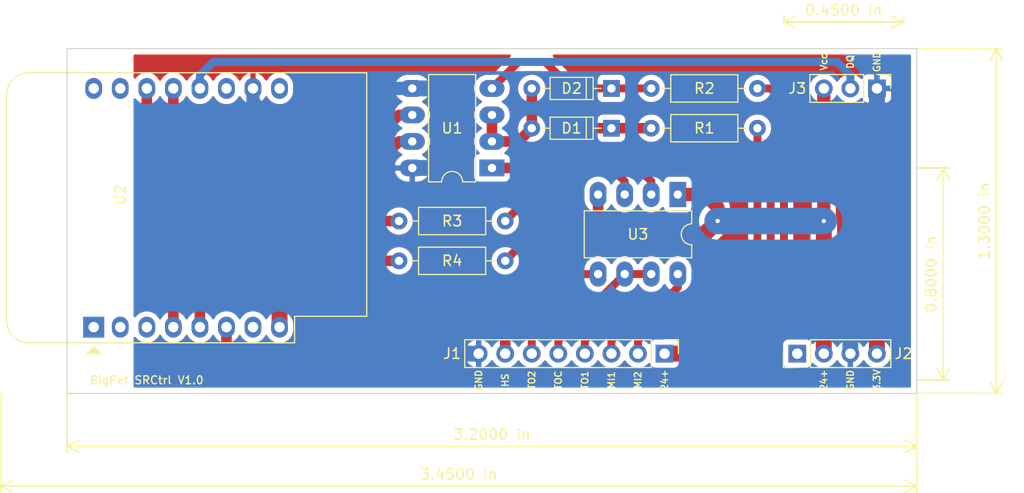
<source format=kicad_pcb>
(kicad_pcb (version 20171130) (host pcbnew "(5.1.0)-1")

  (general
    (thickness 1.6)
    (drawings 24)
    (tracks 117)
    (zones 0)
    (modules 12)
    (nets 20)
  )

  (page A4)
  (layers
    (0 F.Cu signal)
    (31 B.Cu signal hide)
    (32 B.Adhes user)
    (33 F.Adhes user)
    (34 B.Paste user)
    (35 F.Paste user)
    (36 B.SilkS user)
    (37 F.SilkS user)
    (38 B.Mask user)
    (39 F.Mask user)
    (40 Dwgs.User user)
    (41 Cmts.User user)
    (42 Eco1.User user)
    (43 Eco2.User user)
    (44 Edge.Cuts user)
    (45 Margin user)
    (46 B.CrtYd user)
    (47 F.CrtYd user)
    (48 B.Fab user)
    (49 F.Fab user)
  )

  (setup
    (last_trace_width 0.762)
    (user_trace_width 0.254)
    (user_trace_width 0.508)
    (user_trace_width 0.762)
    (user_trace_width 1.016)
    (user_trace_width 1.27)
    (user_trace_width 1.524)
    (user_trace_width 2.032)
    (user_trace_width 2.54)
    (user_trace_width 3.81)
    (user_trace_width 5.08)
    (trace_clearance 0.25)
    (zone_clearance 0.508)
    (zone_45_only no)
    (trace_min 0.2)
    (via_size 0.8)
    (via_drill 0.4)
    (via_min_size 0.4)
    (via_min_drill 0.3)
    (uvia_size 0.3)
    (uvia_drill 0.1)
    (uvias_allowed no)
    (uvia_min_size 0.2)
    (uvia_min_drill 0.1)
    (edge_width 0.1)
    (segment_width 0.2)
    (pcb_text_width 0.3)
    (pcb_text_size 1.5 1.5)
    (mod_edge_width 0.15)
    (mod_text_size 1 1)
    (mod_text_width 0.15)
    (pad_size 1.524 1.524)
    (pad_drill 0.762)
    (pad_to_mask_clearance 0)
    (aux_axis_origin 0 0)
    (visible_elements 7FFFFFFF)
    (pcbplotparams
      (layerselection 0x010fc_ffffffff)
      (usegerberextensions false)
      (usegerberattributes false)
      (usegerberadvancedattributes false)
      (creategerberjobfile false)
      (excludeedgelayer true)
      (linewidth 0.100000)
      (plotframeref false)
      (viasonmask false)
      (mode 1)
      (useauxorigin false)
      (hpglpennumber 1)
      (hpglpenspeed 20)
      (hpglpendiameter 15.000000)
      (psnegative false)
      (psa4output false)
      (plotreference true)
      (plotvalue true)
      (plotinvisibletext false)
      (padsonsilk false)
      (subtractmaskfromsilk false)
      (outputformat 1)
      (mirror false)
      (drillshape 1)
      (scaleselection 1)
      (outputdirectory ""))
  )

  (net 0 "")
  (net 1 "Net-(D1-Pad2)")
  (net 2 "Net-(D1-Pad1)")
  (net 3 "Net-(D2-Pad1)")
  (net 4 GND)
  (net 5 /HallSensorIn)
  (net 6 /TasterOut2)
  (net 7 /TasterOutCom)
  (net 8 /TasterOut1)
  (net 9 /MotorIn2)
  (net 10 /MotorIn1)
  (net 11 +24V)
  (net 12 VCC)
  (net 13 /DQ)
  (net 14 "Net-(R3-Pad2)")
  (net 15 /Taster1)
  (net 16 /Taster2)
  (net 17 "Net-(R4-Pad2)")
  (net 18 /Motor1)
  (net 19 /Motor2)

  (net_class Default "Dies ist die voreingestellte Netzklasse."
    (clearance 0.25)
    (trace_width 0.25)
    (via_dia 0.8)
    (via_drill 0.4)
    (uvia_dia 0.3)
    (uvia_drill 0.1)
    (add_net +24V)
    (add_net /DQ)
    (add_net /HallSensorIn)
    (add_net /Motor1)
    (add_net /Motor2)
    (add_net /MotorIn1)
    (add_net /MotorIn2)
    (add_net /Taster1)
    (add_net /Taster2)
    (add_net /TasterOut1)
    (add_net /TasterOut2)
    (add_net /TasterOutCom)
    (add_net GND)
    (add_net "Net-(D1-Pad1)")
    (add_net "Net-(D1-Pad2)")
    (add_net "Net-(D2-Pad1)")
    (add_net "Net-(R3-Pad2)")
    (add_net "Net-(R4-Pad2)")
    (add_net VCC)
  )

  (module Housings_DIP:DIP-8_W7.62mm_LongPads (layer F.Cu) (tedit 59C78D6B) (tstamp 5CFED030)
    (at 149.86 39.37 270)
    (descr "8-lead though-hole mounted DIP package, row spacing 7.62 mm (300 mils), LongPads")
    (tags "THT DIP DIL PDIP 2.54mm 7.62mm 300mil LongPads")
    (path /5C9A528C)
    (fp_text reference U3 (at 3.81 3.81) (layer F.SilkS)
      (effects (font (size 1 1) (thickness 0.15)))
    )
    (fp_text value TLP504A (at 3.81 9.95 270) (layer F.Fab)
      (effects (font (size 1 1) (thickness 0.15)))
    )
    (fp_arc (start 3.81 -1.33) (end 2.81 -1.33) (angle -180) (layer F.SilkS) (width 0.12))
    (fp_line (start 1.635 -1.27) (end 6.985 -1.27) (layer F.Fab) (width 0.1))
    (fp_line (start 6.985 -1.27) (end 6.985 8.89) (layer F.Fab) (width 0.1))
    (fp_line (start 6.985 8.89) (end 0.635 8.89) (layer F.Fab) (width 0.1))
    (fp_line (start 0.635 8.89) (end 0.635 -0.27) (layer F.Fab) (width 0.1))
    (fp_line (start 0.635 -0.27) (end 1.635 -1.27) (layer F.Fab) (width 0.1))
    (fp_line (start 2.81 -1.33) (end 1.56 -1.33) (layer F.SilkS) (width 0.12))
    (fp_line (start 1.56 -1.33) (end 1.56 8.95) (layer F.SilkS) (width 0.12))
    (fp_line (start 1.56 8.95) (end 6.06 8.95) (layer F.SilkS) (width 0.12))
    (fp_line (start 6.06 8.95) (end 6.06 -1.33) (layer F.SilkS) (width 0.12))
    (fp_line (start 6.06 -1.33) (end 4.81 -1.33) (layer F.SilkS) (width 0.12))
    (fp_line (start -1.45 -1.55) (end -1.45 9.15) (layer F.CrtYd) (width 0.05))
    (fp_line (start -1.45 9.15) (end 9.1 9.15) (layer F.CrtYd) (width 0.05))
    (fp_line (start 9.1 9.15) (end 9.1 -1.55) (layer F.CrtYd) (width 0.05))
    (fp_line (start 9.1 -1.55) (end -1.45 -1.55) (layer F.CrtYd) (width 0.05))
    (fp_text user %R (at 3.81 6.35 270) (layer F.Fab)
      (effects (font (size 1 1) (thickness 0.15)))
    )
    (pad 1 thru_hole rect (at 0 0 270) (size 2.4 1.6) (drill 0.8) (layers *.Cu *.Mask)
      (net 12 VCC))
    (pad 5 thru_hole oval (at 7.62 7.62 270) (size 2.4 1.6) (drill 0.8) (layers *.Cu *.Mask)
      (net 6 /TasterOut2))
    (pad 2 thru_hole oval (at 0 2.54 270) (size 2.4 1.6) (drill 0.8) (layers *.Cu *.Mask)
      (net 14 "Net-(R3-Pad2)"))
    (pad 6 thru_hole oval (at 7.62 5.08 270) (size 2.4 1.6) (drill 0.8) (layers *.Cu *.Mask)
      (net 7 /TasterOutCom))
    (pad 3 thru_hole oval (at 0 5.08 270) (size 2.4 1.6) (drill 0.8) (layers *.Cu *.Mask)
      (net 17 "Net-(R4-Pad2)"))
    (pad 7 thru_hole oval (at 7.62 2.54 270) (size 2.4 1.6) (drill 0.8) (layers *.Cu *.Mask)
      (net 7 /TasterOutCom))
    (pad 4 thru_hole oval (at 0 7.62 270) (size 2.4 1.6) (drill 0.8) (layers *.Cu *.Mask)
      (net 12 VCC))
    (pad 8 thru_hole oval (at 7.62 0 270) (size 2.4 1.6) (drill 0.8) (layers *.Cu *.Mask)
      (net 8 /TasterOut1))
    (model ${KISYS3DMOD}/Housings_DIP.3dshapes/DIP-8_W7.62mm.wrl
      (at (xyz 0 0 0))
      (scale (xyz 1 1 1))
      (rotate (xyz 0 0 0))
    )
  )

  (module Resistors_ThroughHole:R_Axial_DIN0207_L6.3mm_D2.5mm_P10.16mm_Horizontal (layer F.Cu) (tedit 5874F706) (tstamp 5CFE5D49)
    (at 123.19 45.72)
    (descr "Resistor, Axial_DIN0207 series, Axial, Horizontal, pin pitch=10.16mm, 0.25W = 1/4W, length*diameter=6.3*2.5mm^2, http://cdn-reichelt.de/documents/datenblatt/B400/1_4W%23YAG.pdf")
    (tags "Resistor Axial_DIN0207 series Axial Horizontal pin pitch 10.16mm 0.25W = 1/4W length 6.3mm diameter 2.5mm")
    (path /5C9AF440)
    (fp_text reference R4 (at 5.08 0) (layer F.SilkS)
      (effects (font (size 1 1) (thickness 0.15)))
    )
    (fp_text value 560 (at 5.08 2.54) (layer F.Fab)
      (effects (font (size 1 1) (thickness 0.15)))
    )
    (fp_line (start 1.93 -1.25) (end 1.93 1.25) (layer F.Fab) (width 0.1))
    (fp_line (start 1.93 1.25) (end 8.23 1.25) (layer F.Fab) (width 0.1))
    (fp_line (start 8.23 1.25) (end 8.23 -1.25) (layer F.Fab) (width 0.1))
    (fp_line (start 8.23 -1.25) (end 1.93 -1.25) (layer F.Fab) (width 0.1))
    (fp_line (start 0 0) (end 1.93 0) (layer F.Fab) (width 0.1))
    (fp_line (start 10.16 0) (end 8.23 0) (layer F.Fab) (width 0.1))
    (fp_line (start 1.87 -1.31) (end 1.87 1.31) (layer F.SilkS) (width 0.12))
    (fp_line (start 1.87 1.31) (end 8.29 1.31) (layer F.SilkS) (width 0.12))
    (fp_line (start 8.29 1.31) (end 8.29 -1.31) (layer F.SilkS) (width 0.12))
    (fp_line (start 8.29 -1.31) (end 1.87 -1.31) (layer F.SilkS) (width 0.12))
    (fp_line (start 0.98 0) (end 1.87 0) (layer F.SilkS) (width 0.12))
    (fp_line (start 9.18 0) (end 8.29 0) (layer F.SilkS) (width 0.12))
    (fp_line (start -1.05 -1.6) (end -1.05 1.6) (layer F.CrtYd) (width 0.05))
    (fp_line (start -1.05 1.6) (end 11.25 1.6) (layer F.CrtYd) (width 0.05))
    (fp_line (start 11.25 1.6) (end 11.25 -1.6) (layer F.CrtYd) (width 0.05))
    (fp_line (start 11.25 -1.6) (end -1.05 -1.6) (layer F.CrtYd) (width 0.05))
    (pad 1 thru_hole circle (at 0 0) (size 1.6 1.6) (drill 0.8) (layers *.Cu *.Mask)
      (net 16 /Taster2))
    (pad 2 thru_hole oval (at 10.16 0) (size 1.6 1.6) (drill 0.8) (layers *.Cu *.Mask)
      (net 17 "Net-(R4-Pad2)"))
    (model ${KISYS3DMOD}/Resistors_THT.3dshapes/R_Axial_DIN0207_L6.3mm_D2.5mm_P10.16mm_Horizontal.wrl
      (at (xyz 0 0 0))
      (scale (xyz 0.393701 0.393701 0.393701))
      (rotate (xyz 0 0 0))
    )
  )

  (module Module:WEMOS_D1_mini_light (layer F.Cu) (tedit 5BBFB1CE) (tstamp 5CFE5DA8)
    (at 93.98 52.07 90)
    (descr "16-pin module, column spacing 22.86 mm (900 mils), https://wiki.wemos.cc/products:d1:d1_mini, https://c1.staticflickr.com/1/734/31400410271_f278b087db_z.jpg")
    (tags "ESP8266 WiFi microcontroller")
    (path /5C9AA4E6)
    (fp_text reference U2 (at 12.7 2.54 90) (layer F.SilkS)
      (effects (font (size 1 1) (thickness 0.15)))
    )
    (fp_text value WeMos_D1_mini (at 11.7 0 90) (layer F.Fab)
      (effects (font (size 1 1) (thickness 0.15)))
    )
    (fp_line (start 1.04 26.12) (end 24.36 26.12) (layer F.SilkS) (width 0.12))
    (fp_line (start -1.5 19.22) (end -1.5 -6.21) (layer F.SilkS) (width 0.12))
    (fp_line (start 24.36 26.12) (end 24.36 -6.21) (layer F.SilkS) (width 0.12))
    (fp_line (start 22.24 -8.34) (end 0.63 -8.34) (layer F.SilkS) (width 0.12))
    (fp_line (start 1.17 25.99) (end 24.23 25.99) (layer F.Fab) (width 0.1))
    (fp_line (start 24.23 25.99) (end 24.23 -6.21) (layer F.Fab) (width 0.1))
    (fp_line (start 22.23 -8.21) (end 0.63 -8.21) (layer F.Fab) (width 0.1))
    (fp_line (start -1.37 1) (end -1.37 19.09) (layer F.Fab) (width 0.1))
    (fp_line (start -1.62 -8.46) (end 24.48 -8.46) (layer F.CrtYd) (width 0.05))
    (fp_line (start 24.48 -8.41) (end 24.48 26.24) (layer F.CrtYd) (width 0.05))
    (fp_line (start 24.48 26.24) (end -1.62 26.24) (layer F.CrtYd) (width 0.05))
    (fp_line (start -1.62 26.24) (end -1.62 -8.46) (layer F.CrtYd) (width 0.05))
    (fp_poly (pts (xy -2.54 -0.635) (xy -2.54 0.635) (xy -1.905 0)) (layer F.SilkS) (width 0.15))
    (fp_line (start -1.35 -1.4) (end 24.25 -1.4) (layer Dwgs.User) (width 0.1))
    (fp_line (start 24.25 -1.4) (end 24.25 -8.2) (layer Dwgs.User) (width 0.1))
    (fp_line (start 24.25 -8.2) (end -1.35 -8.2) (layer Dwgs.User) (width 0.1))
    (fp_line (start -1.35 -8.2) (end -1.35 -1.4) (layer Dwgs.User) (width 0.1))
    (fp_line (start -1.35 -1.4) (end 5.45 -8.2) (layer Dwgs.User) (width 0.1))
    (fp_line (start 0.65 -1.4) (end 7.45 -8.2) (layer Dwgs.User) (width 0.1))
    (fp_line (start 2.65 -1.4) (end 9.45 -8.2) (layer Dwgs.User) (width 0.1))
    (fp_line (start 4.65 -1.4) (end 11.45 -8.2) (layer Dwgs.User) (width 0.1))
    (fp_line (start 6.65 -1.4) (end 13.45 -8.2) (layer Dwgs.User) (width 0.1))
    (fp_line (start 8.65 -1.4) (end 15.45 -8.2) (layer Dwgs.User) (width 0.1))
    (fp_line (start 10.65 -1.4) (end 17.45 -8.2) (layer Dwgs.User) (width 0.1))
    (fp_line (start 12.65 -1.4) (end 19.45 -8.2) (layer Dwgs.User) (width 0.1))
    (fp_line (start 14.65 -1.4) (end 21.45 -8.2) (layer Dwgs.User) (width 0.1))
    (fp_line (start 16.65 -1.4) (end 23.45 -8.2) (layer Dwgs.User) (width 0.1))
    (fp_line (start 18.65 -1.4) (end 24.25 -7) (layer Dwgs.User) (width 0.1))
    (fp_line (start 20.65 -1.4) (end 24.25 -5) (layer Dwgs.User) (width 0.1))
    (fp_line (start 22.65 -1.4) (end 24.25 -3) (layer Dwgs.User) (width 0.1))
    (fp_line (start -1.35 -3.4) (end 3.45 -8.2) (layer Dwgs.User) (width 0.1))
    (fp_line (start -1.3 -5.45) (end 1.45 -8.2) (layer Dwgs.User) (width 0.1))
    (fp_line (start -1.35 -7.4) (end -0.55 -8.2) (layer Dwgs.User) (width 0.1))
    (fp_line (start -1.37 19.09) (end 1.17 19.09) (layer F.Fab) (width 0.1))
    (fp_line (start 1.17 19.09) (end 1.17 25.99) (layer F.Fab) (width 0.1))
    (fp_line (start -1.37 -6.21) (end -1.37 -1) (layer F.Fab) (width 0.1))
    (fp_line (start -1.37 1) (end -0.37 0) (layer F.Fab) (width 0.1))
    (fp_line (start -0.37 0) (end -1.37 -1) (layer F.Fab) (width 0.1))
    (fp_arc (start 0.63 -6.21) (end 0.63 -8.21) (angle -90) (layer F.Fab) (width 0.1))
    (fp_arc (start 22.23 -6.21) (end 24.23 -6.19) (angle -90) (layer F.Fab) (width 0.1))
    (fp_line (start -1.5 19.22) (end 1.04 19.22) (layer F.SilkS) (width 0.12))
    (fp_line (start 1.04 19.22) (end 1.04 26.12) (layer F.SilkS) (width 0.12))
    (fp_arc (start 0.63 -6.21) (end 0.63 -8.34) (angle -90) (layer F.SilkS) (width 0.12))
    (fp_arc (start 22.23 -6.21) (end 24.36 -6.21) (angle -90) (layer F.SilkS) (width 0.12))
    (fp_text user "KEEP OUT" (at 11.43 -6.35 90) (layer Cmts.User)
      (effects (font (size 1 1) (thickness 0.15)))
    )
    (fp_text user "No copper" (at 11.43 -3.81 90) (layer Cmts.User)
      (effects (font (size 1 1) (thickness 0.15)))
    )
    (pad 2 thru_hole oval (at 0 2.54 90) (size 2 1.6) (drill 1) (layers *.Cu *.Mask))
    (pad 1 thru_hole rect (at 0 0 90) (size 2 2) (drill 1) (layers *.Cu *.Mask))
    (pad 3 thru_hole oval (at 0 5.08 90) (size 2 1.6) (drill 1) (layers *.Cu *.Mask))
    (pad 4 thru_hole oval (at 0 7.62 90) (size 2 1.6) (drill 1) (layers *.Cu *.Mask)
      (net 15 /Taster1))
    (pad 5 thru_hole oval (at 0 10.16 90) (size 2 1.6) (drill 1) (layers *.Cu *.Mask)
      (net 16 /Taster2))
    (pad 6 thru_hole oval (at 0 12.7 90) (size 2 1.6) (drill 1) (layers *.Cu *.Mask)
      (net 5 /HallSensorIn))
    (pad 7 thru_hole oval (at 0 15.24 90) (size 2 1.6) (drill 1) (layers *.Cu *.Mask))
    (pad 8 thru_hole oval (at 0 17.78 90) (size 2 1.6) (drill 1) (layers *.Cu *.Mask)
      (net 12 VCC))
    (pad 9 thru_hole oval (at 22.86 17.78 90) (size 2 1.6) (drill 1) (layers *.Cu *.Mask))
    (pad 10 thru_hole oval (at 22.86 15.24 90) (size 2 1.6) (drill 1) (layers *.Cu *.Mask)
      (net 4 GND))
    (pad 11 thru_hole oval (at 22.86 12.7 90) (size 2 1.6) (drill 1) (layers *.Cu *.Mask))
    (pad 12 thru_hole oval (at 22.86 10.16 90) (size 2 1.6) (drill 1) (layers *.Cu *.Mask)
      (net 13 /DQ))
    (pad 13 thru_hole oval (at 22.86 7.62 90) (size 2 1.6) (drill 1) (layers *.Cu *.Mask)
      (net 19 /Motor2))
    (pad 14 thru_hole oval (at 22.86 5.08 90) (size 2 1.6) (drill 1) (layers *.Cu *.Mask)
      (net 18 /Motor1))
    (pad 15 thru_hole oval (at 22.86 2.54 90) (size 2 1.6) (drill 1) (layers *.Cu *.Mask))
    (pad 16 thru_hole oval (at 22.86 0 90) (size 2 1.6) (drill 1) (layers *.Cu *.Mask))
    (model ${KISYS3DMOD}/Module.3dshapes/WEMOS_D1_mini_light.wrl
      (at (xyz 0 0 0))
      (scale (xyz 1 1 1))
      (rotate (xyz 0 0 0))
    )
    (model ${KISYS3DMOD}/Connector_PinHeader_2.54mm.3dshapes/PinHeader_1x08_P2.54mm_Vertical.wrl
      (offset (xyz 0 0 9.5))
      (scale (xyz 1 1 1))
      (rotate (xyz 0 -180 0))
    )
    (model ${KISYS3DMOD}/Connector_PinHeader_2.54mm.3dshapes/PinHeader_1x08_P2.54mm_Vertical.wrl
      (offset (xyz 22.86 0 9.5))
      (scale (xyz 1 1 1))
      (rotate (xyz 0 -180 0))
    )
    (model ${KISYS3DMOD}/Connector_PinSocket_2.54mm.3dshapes/PinSocket_1x08_P2.54mm_Vertical.wrl
      (at (xyz 0 0 0))
      (scale (xyz 1 1 1))
      (rotate (xyz 0 0 0))
    )
    (model ${KISYS3DMOD}/Connector_PinSocket_2.54mm.3dshapes/PinSocket_1x08_P2.54mm_Vertical.wrl
      (offset (xyz 22.86 0 0))
      (scale (xyz 1 1 1))
      (rotate (xyz 0 0 0))
    )
  )

  (module Pin_Headers:Pin_Header_Straight_1x08_Pitch2.54mm (layer F.Cu) (tedit 59650532) (tstamp 5CFF4603)
    (at 148.59 54.61 270)
    (descr "Through hole straight pin header, 1x08, 2.54mm pitch, single row")
    (tags "Through hole pin header THT 1x08 2.54mm single row")
    (path /5CF996DA)
    (fp_text reference J1 (at 0 20.32) (layer F.SilkS)
      (effects (font (size 1 1) (thickness 0.15)))
    )
    (fp_text value "from GW60" (at 5.08 8.89) (layer F.Fab)
      (effects (font (size 1 1) (thickness 0.15)))
    )
    (fp_text user %R (at 0 8.89) (layer F.Fab)
      (effects (font (size 1 1) (thickness 0.15)))
    )
    (fp_line (start 1.8 -1.8) (end -1.8 -1.8) (layer F.CrtYd) (width 0.05))
    (fp_line (start 1.8 19.55) (end 1.8 -1.8) (layer F.CrtYd) (width 0.05))
    (fp_line (start -1.8 19.55) (end 1.8 19.55) (layer F.CrtYd) (width 0.05))
    (fp_line (start -1.8 -1.8) (end -1.8 19.55) (layer F.CrtYd) (width 0.05))
    (fp_line (start -1.33 -1.33) (end 0 -1.33) (layer F.SilkS) (width 0.12))
    (fp_line (start -1.33 0) (end -1.33 -1.33) (layer F.SilkS) (width 0.12))
    (fp_line (start -1.33 1.27) (end 1.33 1.27) (layer F.SilkS) (width 0.12))
    (fp_line (start 1.33 1.27) (end 1.33 19.11) (layer F.SilkS) (width 0.12))
    (fp_line (start -1.33 1.27) (end -1.33 19.11) (layer F.SilkS) (width 0.12))
    (fp_line (start -1.33 19.11) (end 1.33 19.11) (layer F.SilkS) (width 0.12))
    (fp_line (start -1.27 -0.635) (end -0.635 -1.27) (layer F.Fab) (width 0.1))
    (fp_line (start -1.27 19.05) (end -1.27 -0.635) (layer F.Fab) (width 0.1))
    (fp_line (start 1.27 19.05) (end -1.27 19.05) (layer F.Fab) (width 0.1))
    (fp_line (start 1.27 -1.27) (end 1.27 19.05) (layer F.Fab) (width 0.1))
    (fp_line (start -0.635 -1.27) (end 1.27 -1.27) (layer F.Fab) (width 0.1))
    (pad 8 thru_hole oval (at 0 17.78 270) (size 1.7 1.7) (drill 1) (layers *.Cu *.Mask)
      (net 4 GND))
    (pad 7 thru_hole oval (at 0 15.24 270) (size 1.7 1.7) (drill 1) (layers *.Cu *.Mask)
      (net 5 /HallSensorIn))
    (pad 6 thru_hole oval (at 0 12.7 270) (size 1.7 1.7) (drill 1) (layers *.Cu *.Mask)
      (net 6 /TasterOut2))
    (pad 5 thru_hole oval (at 0 10.16 270) (size 1.7 1.7) (drill 1) (layers *.Cu *.Mask)
      (net 7 /TasterOutCom))
    (pad 4 thru_hole oval (at 0 7.62 270) (size 1.7 1.7) (drill 1) (layers *.Cu *.Mask)
      (net 8 /TasterOut1))
    (pad 3 thru_hole oval (at 0 5.08 270) (size 1.7 1.7) (drill 1) (layers *.Cu *.Mask)
      (net 10 /MotorIn1))
    (pad 2 thru_hole oval (at 0 2.54 270) (size 1.7 1.7) (drill 1) (layers *.Cu *.Mask)
      (net 9 /MotorIn2))
    (pad 1 thru_hole rect (at 0 0 270) (size 1.7 1.7) (drill 1) (layers *.Cu *.Mask)
      (net 11 +24V))
    (model ${KISYS3DMOD}/Pin_Headers.3dshapes/Pin_Header_Straight_1x08_Pitch2.54mm.wrl
      (at (xyz 0 0 0))
      (scale (xyz 1 1 1))
      (rotate (xyz 0 0 0))
    )
  )

  (module Housings_DIP:DIP-8_W7.62mm_LongPads (layer F.Cu) (tedit 59C78D6B) (tstamp 5CFE5D65)
    (at 132.08 36.83 180)
    (descr "8-lead though-hole mounted DIP package, row spacing 7.62 mm (300 mils), LongPads")
    (tags "THT DIP DIL PDIP 2.54mm 7.62mm 300mil LongPads")
    (path /5C9A21C0)
    (fp_text reference U1 (at 3.81 3.81 180) (layer F.SilkS)
      (effects (font (size 1 1) (thickness 0.15)))
    )
    (fp_text value TLP504A (at 5.08 3.81 270) (layer F.Fab)
      (effects (font (size 1 1) (thickness 0.15)))
    )
    (fp_text user %R (at 2.54 7.62 270) (layer F.Fab)
      (effects (font (size 1 1) (thickness 0.15)))
    )
    (fp_line (start 9.1 -1.55) (end -1.45 -1.55) (layer F.CrtYd) (width 0.05))
    (fp_line (start 9.1 9.15) (end 9.1 -1.55) (layer F.CrtYd) (width 0.05))
    (fp_line (start -1.45 9.15) (end 9.1 9.15) (layer F.CrtYd) (width 0.05))
    (fp_line (start -1.45 -1.55) (end -1.45 9.15) (layer F.CrtYd) (width 0.05))
    (fp_line (start 6.06 -1.33) (end 4.81 -1.33) (layer F.SilkS) (width 0.12))
    (fp_line (start 6.06 8.95) (end 6.06 -1.33) (layer F.SilkS) (width 0.12))
    (fp_line (start 1.56 8.95) (end 6.06 8.95) (layer F.SilkS) (width 0.12))
    (fp_line (start 1.56 -1.33) (end 1.56 8.95) (layer F.SilkS) (width 0.12))
    (fp_line (start 2.81 -1.33) (end 1.56 -1.33) (layer F.SilkS) (width 0.12))
    (fp_line (start 0.635 -0.27) (end 1.635 -1.27) (layer F.Fab) (width 0.1))
    (fp_line (start 0.635 8.89) (end 0.635 -0.27) (layer F.Fab) (width 0.1))
    (fp_line (start 6.985 8.89) (end 0.635 8.89) (layer F.Fab) (width 0.1))
    (fp_line (start 6.985 -1.27) (end 6.985 8.89) (layer F.Fab) (width 0.1))
    (fp_line (start 1.635 -1.27) (end 6.985 -1.27) (layer F.Fab) (width 0.1))
    (fp_arc (start 3.81 -1.33) (end 2.81 -1.33) (angle -180) (layer F.SilkS) (width 0.12))
    (pad 8 thru_hole oval (at 7.62 0 180) (size 2.4 1.6) (drill 0.8) (layers *.Cu *.Mask)
      (net 4 GND))
    (pad 4 thru_hole oval (at 0 7.62 180) (size 2.4 1.6) (drill 0.8) (layers *.Cu *.Mask)
      (net 3 "Net-(D2-Pad1)"))
    (pad 7 thru_hole oval (at 7.62 2.54 180) (size 2.4 1.6) (drill 0.8) (layers *.Cu *.Mask)
      (net 18 /Motor1))
    (pad 3 thru_hole oval (at 0 5.08 180) (size 2.4 1.6) (drill 0.8) (layers *.Cu *.Mask)
      (net 1 "Net-(D1-Pad2)"))
    (pad 6 thru_hole oval (at 7.62 5.08 180) (size 2.4 1.6) (drill 0.8) (layers *.Cu *.Mask)
      (net 19 /Motor2))
    (pad 2 thru_hole oval (at 0 2.54 180) (size 2.4 1.6) (drill 0.8) (layers *.Cu *.Mask)
      (net 1 "Net-(D1-Pad2)"))
    (pad 5 thru_hole oval (at 7.62 7.62 180) (size 2.4 1.6) (drill 0.8) (layers *.Cu *.Mask)
      (net 4 GND))
    (pad 1 thru_hole rect (at 0 0 180) (size 2.4 1.6) (drill 0.8) (layers *.Cu *.Mask)
      (net 2 "Net-(D1-Pad1)"))
    (model ${KISYS3DMOD}/Housings_DIP.3dshapes/DIP-8_W7.62mm.wrl
      (at (xyz 0 0 0))
      (scale (xyz 1 1 1))
      (rotate (xyz 0 0 0))
    )
  )

  (module Diodes_ThroughHole:D_DO-35_SOD27_P7.62mm_Horizontal (layer F.Cu) (tedit 5921392F) (tstamp 5CFE5C8B)
    (at 143.51 33.02 180)
    (descr "D, DO-35_SOD27 series, Axial, Horizontal, pin pitch=7.62mm, , length*diameter=4*2mm^2, , http://www.diodes.com/_files/packages/DO-35.pdf")
    (tags "D DO-35_SOD27 series Axial Horizontal pin pitch 7.62mm  length 4mm diameter 2mm")
    (path /5C99D8AD)
    (fp_text reference D1 (at 3.81 0 180) (layer F.SilkS)
      (effects (font (size 1 1) (thickness 0.15)))
    )
    (fp_text value BAT41 (at 0 -2.54 180) (layer F.Fab)
      (effects (font (size 1 1) (thickness 0.15)))
    )
    (fp_line (start 8.7 -1.35) (end -1.05 -1.35) (layer F.CrtYd) (width 0.05))
    (fp_line (start 8.7 1.35) (end 8.7 -1.35) (layer F.CrtYd) (width 0.05))
    (fp_line (start -1.05 1.35) (end 8.7 1.35) (layer F.CrtYd) (width 0.05))
    (fp_line (start -1.05 -1.35) (end -1.05 1.35) (layer F.CrtYd) (width 0.05))
    (fp_line (start 2.41 -1.06) (end 2.41 1.06) (layer F.SilkS) (width 0.12))
    (fp_line (start 6.64 0) (end 5.87 0) (layer F.SilkS) (width 0.12))
    (fp_line (start 0.98 0) (end 1.75 0) (layer F.SilkS) (width 0.12))
    (fp_line (start 5.87 -1.06) (end 1.75 -1.06) (layer F.SilkS) (width 0.12))
    (fp_line (start 5.87 1.06) (end 5.87 -1.06) (layer F.SilkS) (width 0.12))
    (fp_line (start 1.75 1.06) (end 5.87 1.06) (layer F.SilkS) (width 0.12))
    (fp_line (start 1.75 -1.06) (end 1.75 1.06) (layer F.SilkS) (width 0.12))
    (fp_line (start 2.41 -1) (end 2.41 1) (layer F.Fab) (width 0.1))
    (fp_line (start 7.62 0) (end 5.81 0) (layer F.Fab) (width 0.1))
    (fp_line (start 0 0) (end 1.81 0) (layer F.Fab) (width 0.1))
    (fp_line (start 5.81 -1) (end 1.81 -1) (layer F.Fab) (width 0.1))
    (fp_line (start 5.81 1) (end 5.81 -1) (layer F.Fab) (width 0.1))
    (fp_line (start 1.81 1) (end 5.81 1) (layer F.Fab) (width 0.1))
    (fp_line (start 1.81 -1) (end 1.81 1) (layer F.Fab) (width 0.1))
    (fp_text user %R (at -1.905 0 180) (layer F.Fab)
      (effects (font (size 1 1) (thickness 0.15)))
    )
    (pad 2 thru_hole oval (at 7.62 0 180) (size 1.6 1.6) (drill 0.8) (layers *.Cu *.Mask)
      (net 1 "Net-(D1-Pad2)"))
    (pad 1 thru_hole rect (at 0 0 180) (size 1.6 1.6) (drill 0.8) (layers *.Cu *.Mask)
      (net 2 "Net-(D1-Pad1)"))
    (model ${KISYS3DMOD}/Diodes_THT.3dshapes/D_DO-35_SOD27_P7.62mm_Horizontal.wrl
      (at (xyz 0 0 0))
      (scale (xyz 0.393701 0.393701 0.393701))
      (rotate (xyz 0 0 0))
    )
  )

  (module Diodes_ThroughHole:D_DO-35_SOD27_P7.62mm_Horizontal (layer F.Cu) (tedit 5921392F) (tstamp 5CFE5CA4)
    (at 143.51 29.21 180)
    (descr "D, DO-35_SOD27 series, Axial, Horizontal, pin pitch=7.62mm, , length*diameter=4*2mm^2, , http://www.diodes.com/_files/packages/DO-35.pdf")
    (tags "D DO-35_SOD27 series Axial Horizontal pin pitch 7.62mm  length 4mm diameter 2mm")
    (path /5C99EBB6)
    (fp_text reference D2 (at 3.81 0 180) (layer F.SilkS)
      (effects (font (size 1 1) (thickness 0.15)))
    )
    (fp_text value BAT41 (at 2.54 2.54 180) (layer F.Fab)
      (effects (font (size 1 1) (thickness 0.15)))
    )
    (fp_text user %R (at -1.905 0 180) (layer F.Fab)
      (effects (font (size 1 1) (thickness 0.15)))
    )
    (fp_line (start 1.81 -1) (end 1.81 1) (layer F.Fab) (width 0.1))
    (fp_line (start 1.81 1) (end 5.81 1) (layer F.Fab) (width 0.1))
    (fp_line (start 5.81 1) (end 5.81 -1) (layer F.Fab) (width 0.1))
    (fp_line (start 5.81 -1) (end 1.81 -1) (layer F.Fab) (width 0.1))
    (fp_line (start 0 0) (end 1.81 0) (layer F.Fab) (width 0.1))
    (fp_line (start 7.62 0) (end 5.81 0) (layer F.Fab) (width 0.1))
    (fp_line (start 2.41 -1) (end 2.41 1) (layer F.Fab) (width 0.1))
    (fp_line (start 1.75 -1.06) (end 1.75 1.06) (layer F.SilkS) (width 0.12))
    (fp_line (start 1.75 1.06) (end 5.87 1.06) (layer F.SilkS) (width 0.12))
    (fp_line (start 5.87 1.06) (end 5.87 -1.06) (layer F.SilkS) (width 0.12))
    (fp_line (start 5.87 -1.06) (end 1.75 -1.06) (layer F.SilkS) (width 0.12))
    (fp_line (start 0.98 0) (end 1.75 0) (layer F.SilkS) (width 0.12))
    (fp_line (start 6.64 0) (end 5.87 0) (layer F.SilkS) (width 0.12))
    (fp_line (start 2.41 -1.06) (end 2.41 1.06) (layer F.SilkS) (width 0.12))
    (fp_line (start -1.05 -1.35) (end -1.05 1.35) (layer F.CrtYd) (width 0.05))
    (fp_line (start -1.05 1.35) (end 8.7 1.35) (layer F.CrtYd) (width 0.05))
    (fp_line (start 8.7 1.35) (end 8.7 -1.35) (layer F.CrtYd) (width 0.05))
    (fp_line (start 8.7 -1.35) (end -1.05 -1.35) (layer F.CrtYd) (width 0.05))
    (pad 1 thru_hole rect (at 0 0 180) (size 1.6 1.6) (drill 0.8) (layers *.Cu *.Mask)
      (net 3 "Net-(D2-Pad1)"))
    (pad 2 thru_hole oval (at 7.62 0 180) (size 1.6 1.6) (drill 0.8) (layers *.Cu *.Mask)
      (net 1 "Net-(D1-Pad2)"))
    (model ${KISYS3DMOD}/Diodes_THT.3dshapes/D_DO-35_SOD27_P7.62mm_Horizontal.wrl
      (at (xyz 0 0 0))
      (scale (xyz 0.393701 0.393701 0.393701))
      (rotate (xyz 0 0 0))
    )
  )

  (module Pin_Headers:Pin_Header_Straight_1x04_Pitch2.54mm (layer F.Cu) (tedit 59650532) (tstamp 5CFE5CD8)
    (at 161.29 54.61 90)
    (descr "Through hole straight pin header, 1x04, 2.54mm pitch, single row")
    (tags "Through hole pin header THT 1x04 2.54mm single row")
    (path /5CF9A639)
    (fp_text reference J2 (at 0 10.16 180) (layer F.SilkS)
      (effects (font (size 1 1) (thickness 0.15)))
    )
    (fp_text value "Step-Down 24V to 3.3V" (at -6.35 3.81 180) (layer F.Fab)
      (effects (font (size 1 1) (thickness 0.15)))
    )
    (fp_text user %R (at 0 3.81 180) (layer F.Fab)
      (effects (font (size 1 1) (thickness 0.15)))
    )
    (fp_line (start 1.8 -1.8) (end -1.8 -1.8) (layer F.CrtYd) (width 0.05))
    (fp_line (start 1.8 9.4) (end 1.8 -1.8) (layer F.CrtYd) (width 0.05))
    (fp_line (start -1.8 9.4) (end 1.8 9.4) (layer F.CrtYd) (width 0.05))
    (fp_line (start -1.8 -1.8) (end -1.8 9.4) (layer F.CrtYd) (width 0.05))
    (fp_line (start -1.33 -1.33) (end 0 -1.33) (layer F.SilkS) (width 0.12))
    (fp_line (start -1.33 0) (end -1.33 -1.33) (layer F.SilkS) (width 0.12))
    (fp_line (start -1.33 1.27) (end 1.33 1.27) (layer F.SilkS) (width 0.12))
    (fp_line (start 1.33 1.27) (end 1.33 8.95) (layer F.SilkS) (width 0.12))
    (fp_line (start -1.33 1.27) (end -1.33 8.95) (layer F.SilkS) (width 0.12))
    (fp_line (start -1.33 8.95) (end 1.33 8.95) (layer F.SilkS) (width 0.12))
    (fp_line (start -1.27 -0.635) (end -0.635 -1.27) (layer F.Fab) (width 0.1))
    (fp_line (start -1.27 8.89) (end -1.27 -0.635) (layer F.Fab) (width 0.1))
    (fp_line (start 1.27 8.89) (end -1.27 8.89) (layer F.Fab) (width 0.1))
    (fp_line (start 1.27 -1.27) (end 1.27 8.89) (layer F.Fab) (width 0.1))
    (fp_line (start -0.635 -1.27) (end 1.27 -1.27) (layer F.Fab) (width 0.1))
    (pad 4 thru_hole oval (at 0 7.62 90) (size 1.7 1.7) (drill 1) (layers *.Cu *.Mask)
      (net 12 VCC))
    (pad 3 thru_hole oval (at 0 5.08 90) (size 1.7 1.7) (drill 1) (layers *.Cu *.Mask)
      (net 4 GND))
    (pad 2 thru_hole oval (at 0 2.54 90) (size 1.7 1.7) (drill 1) (layers *.Cu *.Mask)
      (net 11 +24V))
    (pad 1 thru_hole rect (at 0 0 90) (size 1.7 1.7) (drill 1) (layers *.Cu *.Mask))
    (model ${KISYS3DMOD}/Pin_Headers.3dshapes/Pin_Header_Straight_1x04_Pitch2.54mm.wrl
      (at (xyz 0 0 0))
      (scale (xyz 1 1 1))
      (rotate (xyz 0 0 0))
    )
  )

  (module Resistors_ThroughHole:R_Axial_DIN0207_L6.3mm_D2.5mm_P10.16mm_Horizontal (layer F.Cu) (tedit 5874F706) (tstamp 5CFE5D07)
    (at 147.32 33.02)
    (descr "Resistor, Axial_DIN0207 series, Axial, Horizontal, pin pitch=10.16mm, 0.25W = 1/4W, length*diameter=6.3*2.5mm^2, http://cdn-reichelt.de/documents/datenblatt/B400/1_4W%23YAG.pdf")
    (tags "Resistor Axial_DIN0207 series Axial Horizontal pin pitch 10.16mm 0.25W = 1/4W length 6.3mm diameter 2.5mm")
    (path /5C9A58FC)
    (fp_text reference R1 (at 5.08 0) (layer F.SilkS)
      (effects (font (size 1 1) (thickness 0.15)))
    )
    (fp_text value 2k2 (at 5.08 2.54) (layer F.Fab) hide
      (effects (font (size 1 1) (thickness 0.15)))
    )
    (fp_line (start 11.25 -1.6) (end -1.05 -1.6) (layer F.CrtYd) (width 0.05))
    (fp_line (start 11.25 1.6) (end 11.25 -1.6) (layer F.CrtYd) (width 0.05))
    (fp_line (start -1.05 1.6) (end 11.25 1.6) (layer F.CrtYd) (width 0.05))
    (fp_line (start -1.05 -1.6) (end -1.05 1.6) (layer F.CrtYd) (width 0.05))
    (fp_line (start 9.18 0) (end 8.29 0) (layer F.SilkS) (width 0.12))
    (fp_line (start 0.98 0) (end 1.87 0) (layer F.SilkS) (width 0.12))
    (fp_line (start 8.29 -1.31) (end 1.87 -1.31) (layer F.SilkS) (width 0.12))
    (fp_line (start 8.29 1.31) (end 8.29 -1.31) (layer F.SilkS) (width 0.12))
    (fp_line (start 1.87 1.31) (end 8.29 1.31) (layer F.SilkS) (width 0.12))
    (fp_line (start 1.87 -1.31) (end 1.87 1.31) (layer F.SilkS) (width 0.12))
    (fp_line (start 10.16 0) (end 8.23 0) (layer F.Fab) (width 0.1))
    (fp_line (start 0 0) (end 1.93 0) (layer F.Fab) (width 0.1))
    (fp_line (start 8.23 -1.25) (end 1.93 -1.25) (layer F.Fab) (width 0.1))
    (fp_line (start 8.23 1.25) (end 8.23 -1.25) (layer F.Fab) (width 0.1))
    (fp_line (start 1.93 1.25) (end 8.23 1.25) (layer F.Fab) (width 0.1))
    (fp_line (start 1.93 -1.25) (end 1.93 1.25) (layer F.Fab) (width 0.1))
    (pad 2 thru_hole oval (at 10.16 0) (size 1.6 1.6) (drill 0.8) (layers *.Cu *.Mask)
      (net 10 /MotorIn1))
    (pad 1 thru_hole circle (at 0 0) (size 1.6 1.6) (drill 0.8) (layers *.Cu *.Mask)
      (net 2 "Net-(D1-Pad1)"))
    (model ${KISYS3DMOD}/Resistors_THT.3dshapes/R_Axial_DIN0207_L6.3mm_D2.5mm_P10.16mm_Horizontal.wrl
      (at (xyz 0 0 0))
      (scale (xyz 0.393701 0.393701 0.393701))
      (rotate (xyz 0 0 0))
    )
  )

  (module Resistors_ThroughHole:R_Axial_DIN0207_L6.3mm_D2.5mm_P10.16mm_Horizontal (layer F.Cu) (tedit 5874F706) (tstamp 5CFE5D1D)
    (at 147.32 29.21)
    (descr "Resistor, Axial_DIN0207 series, Axial, Horizontal, pin pitch=10.16mm, 0.25W = 1/4W, length*diameter=6.3*2.5mm^2, http://cdn-reichelt.de/documents/datenblatt/B400/1_4W%23YAG.pdf")
    (tags "Resistor Axial_DIN0207 series Axial Horizontal pin pitch 10.16mm 0.25W = 1/4W length 6.3mm diameter 2.5mm")
    (path /5C9A5E30)
    (fp_text reference R2 (at 5.08 0) (layer F.SilkS)
      (effects (font (size 1 1) (thickness 0.15)))
    )
    (fp_text value 2k2 (at 5.08 -2.54) (layer F.Fab) hide
      (effects (font (size 1 1) (thickness 0.15)))
    )
    (fp_line (start 1.93 -1.25) (end 1.93 1.25) (layer F.Fab) (width 0.1))
    (fp_line (start 1.93 1.25) (end 8.23 1.25) (layer F.Fab) (width 0.1))
    (fp_line (start 8.23 1.25) (end 8.23 -1.25) (layer F.Fab) (width 0.1))
    (fp_line (start 8.23 -1.25) (end 1.93 -1.25) (layer F.Fab) (width 0.1))
    (fp_line (start 0 0) (end 1.93 0) (layer F.Fab) (width 0.1))
    (fp_line (start 10.16 0) (end 8.23 0) (layer F.Fab) (width 0.1))
    (fp_line (start 1.87 -1.31) (end 1.87 1.31) (layer F.SilkS) (width 0.12))
    (fp_line (start 1.87 1.31) (end 8.29 1.31) (layer F.SilkS) (width 0.12))
    (fp_line (start 8.29 1.31) (end 8.29 -1.31) (layer F.SilkS) (width 0.12))
    (fp_line (start 8.29 -1.31) (end 1.87 -1.31) (layer F.SilkS) (width 0.12))
    (fp_line (start 0.98 0) (end 1.87 0) (layer F.SilkS) (width 0.12))
    (fp_line (start 9.18 0) (end 8.29 0) (layer F.SilkS) (width 0.12))
    (fp_line (start -1.05 -1.6) (end -1.05 1.6) (layer F.CrtYd) (width 0.05))
    (fp_line (start -1.05 1.6) (end 11.25 1.6) (layer F.CrtYd) (width 0.05))
    (fp_line (start 11.25 1.6) (end 11.25 -1.6) (layer F.CrtYd) (width 0.05))
    (fp_line (start 11.25 -1.6) (end -1.05 -1.6) (layer F.CrtYd) (width 0.05))
    (pad 1 thru_hole circle (at 0 0) (size 1.6 1.6) (drill 0.8) (layers *.Cu *.Mask)
      (net 3 "Net-(D2-Pad1)"))
    (pad 2 thru_hole oval (at 10.16 0) (size 1.6 1.6) (drill 0.8) (layers *.Cu *.Mask)
      (net 9 /MotorIn2))
    (model ${KISYS3DMOD}/Resistors_THT.3dshapes/R_Axial_DIN0207_L6.3mm_D2.5mm_P10.16mm_Horizontal.wrl
      (at (xyz 0 0 0))
      (scale (xyz 0.393701 0.393701 0.393701))
      (rotate (xyz 0 0 0))
    )
  )

  (module Resistors_ThroughHole:R_Axial_DIN0207_L6.3mm_D2.5mm_P10.16mm_Horizontal (layer F.Cu) (tedit 5874F706) (tstamp 5CFE5D33)
    (at 123.19 41.91)
    (descr "Resistor, Axial_DIN0207 series, Axial, Horizontal, pin pitch=10.16mm, 0.25W = 1/4W, length*diameter=6.3*2.5mm^2, http://cdn-reichelt.de/documents/datenblatt/B400/1_4W%23YAG.pdf")
    (tags "Resistor Axial_DIN0207 series Axial Horizontal pin pitch 10.16mm 0.25W = 1/4W length 6.3mm diameter 2.5mm")
    (path /5C9AEDEB)
    (fp_text reference R3 (at 5.08 0) (layer F.SilkS)
      (effects (font (size 1 1) (thickness 0.15)))
    )
    (fp_text value 560 (at 5.08 -2.54) (layer F.Fab)
      (effects (font (size 1 1) (thickness 0.15)))
    )
    (fp_line (start 11.25 -1.6) (end -1.05 -1.6) (layer F.CrtYd) (width 0.05))
    (fp_line (start 11.25 1.6) (end 11.25 -1.6) (layer F.CrtYd) (width 0.05))
    (fp_line (start -1.05 1.6) (end 11.25 1.6) (layer F.CrtYd) (width 0.05))
    (fp_line (start -1.05 -1.6) (end -1.05 1.6) (layer F.CrtYd) (width 0.05))
    (fp_line (start 9.18 0) (end 8.29 0) (layer F.SilkS) (width 0.12))
    (fp_line (start 0.98 0) (end 1.87 0) (layer F.SilkS) (width 0.12))
    (fp_line (start 8.29 -1.31) (end 1.87 -1.31) (layer F.SilkS) (width 0.12))
    (fp_line (start 8.29 1.31) (end 8.29 -1.31) (layer F.SilkS) (width 0.12))
    (fp_line (start 1.87 1.31) (end 8.29 1.31) (layer F.SilkS) (width 0.12))
    (fp_line (start 1.87 -1.31) (end 1.87 1.31) (layer F.SilkS) (width 0.12))
    (fp_line (start 10.16 0) (end 8.23 0) (layer F.Fab) (width 0.1))
    (fp_line (start 0 0) (end 1.93 0) (layer F.Fab) (width 0.1))
    (fp_line (start 8.23 -1.25) (end 1.93 -1.25) (layer F.Fab) (width 0.1))
    (fp_line (start 8.23 1.25) (end 8.23 -1.25) (layer F.Fab) (width 0.1))
    (fp_line (start 1.93 1.25) (end 8.23 1.25) (layer F.Fab) (width 0.1))
    (fp_line (start 1.93 -1.25) (end 1.93 1.25) (layer F.Fab) (width 0.1))
    (pad 2 thru_hole oval (at 10.16 0) (size 1.6 1.6) (drill 0.8) (layers *.Cu *.Mask)
      (net 14 "Net-(R3-Pad2)"))
    (pad 1 thru_hole circle (at 0 0) (size 1.6 1.6) (drill 0.8) (layers *.Cu *.Mask)
      (net 15 /Taster1))
    (model ${KISYS3DMOD}/Resistors_THT.3dshapes/R_Axial_DIN0207_L6.3mm_D2.5mm_P10.16mm_Horizontal.wrl
      (at (xyz 0 0 0))
      (scale (xyz 0.393701 0.393701 0.393701))
      (rotate (xyz 0 0 0))
    )
  )

  (module Pin_Headers:Pin_Header_Straight_1x03_Pitch2.54mm (layer F.Cu) (tedit 59650532) (tstamp 5CFE644B)
    (at 168.91 29.21 270)
    (descr "Through hole straight pin header, 1x03, 2.54mm pitch, single row")
    (tags "Through hole pin header THT 1x03 2.54mm single row")
    (path /5CFEDC44)
    (fp_text reference J3 (at 0 7.62) (layer F.SilkS)
      (effects (font (size 1 1) (thickness 0.15)))
    )
    (fp_text value DS18x20 (at -7.62 -8.89) (layer F.Fab)
      (effects (font (size 1 1) (thickness 0.15)))
    )
    (fp_text user %R (at 0 2.54) (layer F.Fab)
      (effects (font (size 1 1) (thickness 0.15)))
    )
    (fp_line (start 1.8 -1.8) (end -1.8 -1.8) (layer F.CrtYd) (width 0.05))
    (fp_line (start 1.8 6.85) (end 1.8 -1.8) (layer F.CrtYd) (width 0.05))
    (fp_line (start -1.8 6.85) (end 1.8 6.85) (layer F.CrtYd) (width 0.05))
    (fp_line (start -1.8 -1.8) (end -1.8 6.85) (layer F.CrtYd) (width 0.05))
    (fp_line (start -1.33 -1.33) (end 0 -1.33) (layer F.SilkS) (width 0.12))
    (fp_line (start -1.33 0) (end -1.33 -1.33) (layer F.SilkS) (width 0.12))
    (fp_line (start -1.33 1.27) (end 1.33 1.27) (layer F.SilkS) (width 0.12))
    (fp_line (start 1.33 1.27) (end 1.33 6.41) (layer F.SilkS) (width 0.12))
    (fp_line (start -1.33 1.27) (end -1.33 6.41) (layer F.SilkS) (width 0.12))
    (fp_line (start -1.33 6.41) (end 1.33 6.41) (layer F.SilkS) (width 0.12))
    (fp_line (start -1.27 -0.635) (end -0.635 -1.27) (layer F.Fab) (width 0.1))
    (fp_line (start -1.27 6.35) (end -1.27 -0.635) (layer F.Fab) (width 0.1))
    (fp_line (start 1.27 6.35) (end -1.27 6.35) (layer F.Fab) (width 0.1))
    (fp_line (start 1.27 -1.27) (end 1.27 6.35) (layer F.Fab) (width 0.1))
    (fp_line (start -0.635 -1.27) (end 1.27 -1.27) (layer F.Fab) (width 0.1))
    (pad 3 thru_hole oval (at 0 5.08 270) (size 1.7 1.7) (drill 1) (layers *.Cu *.Mask)
      (net 12 VCC))
    (pad 2 thru_hole oval (at 0 2.54 270) (size 1.7 1.7) (drill 1) (layers *.Cu *.Mask)
      (net 13 /DQ))
    (pad 1 thru_hole rect (at 0 0 270) (size 1.7 1.7) (drill 1) (layers *.Cu *.Mask)
      (net 4 GND))
    (model ${KISYS3DMOD}/Pin_Headers.3dshapes/Pin_Header_Straight_1x03_Pitch2.54mm.wrl
      (at (xyz 0 0 0))
      (scale (xyz 1 1 1))
      (rotate (xyz 0 0 0))
    )
  )

  (dimension 87.63 (width 0.15) (layer F.SilkS)
    (gr_text "87,630 mm" (at 128.905 68.61) (layer F.SilkS)
      (effects (font (size 1 1) (thickness 0.15)))
    )
    (feature1 (pts (xy 85.09 58.42) (xy 85.09 67.896421)))
    (feature2 (pts (xy 172.72 58.42) (xy 172.72 67.896421)))
    (crossbar (pts (xy 172.72 67.31) (xy 85.09 67.31)))
    (arrow1a (pts (xy 85.09 67.31) (xy 86.216504 66.723579)))
    (arrow1b (pts (xy 85.09 67.31) (xy 86.216504 67.896421)))
    (arrow2a (pts (xy 172.72 67.31) (xy 171.593496 66.723579)))
    (arrow2b (pts (xy 172.72 67.31) (xy 171.593496 67.896421)))
  )
  (gr_text Vcc (at 163.83 26.67 90) (layer F.SilkS) (tstamp 5CFFB427)
    (effects (font (size 0.635 0.635) (thickness 0.127)))
  )
  (gr_text DQ (at 166.37 26.67 90) (layer F.SilkS) (tstamp 5CFFB427)
    (effects (font (size 0.635 0.635) (thickness 0.127)))
  )
  (gr_text GND (at 168.91 26.67 90) (layer F.SilkS) (tstamp 5CFFB427)
    (effects (font (size 0.635 0.635) (thickness 0.127)))
  )
  (gr_text GND (at 130.81 57.15 90) (layer F.SilkS) (tstamp 5CFFB427)
    (effects (font (size 0.635 0.635) (thickness 0.127)))
  )
  (gr_text HS (at 133.35 57.15 90) (layer F.SilkS) (tstamp 5CFFB427)
    (effects (font (size 0.635 0.635) (thickness 0.127)))
  )
  (gr_text TO2 (at 135.89 57.15 90) (layer F.SilkS) (tstamp 5CFFB427)
    (effects (font (size 0.635 0.635) (thickness 0.127)))
  )
  (gr_text TOC (at 138.43 57.15 90) (layer F.SilkS) (tstamp 5CFFB427)
    (effects (font (size 0.635 0.635) (thickness 0.127)))
  )
  (gr_text TO1 (at 140.97 57.15 90) (layer F.SilkS) (tstamp 5CFFB427)
    (effects (font (size 0.635 0.635) (thickness 0.127)))
  )
  (gr_text MI1 (at 143.51 57.15 90) (layer F.SilkS) (tstamp 5CFFB427)
    (effects (font (size 0.635 0.635) (thickness 0.127)))
  )
  (gr_text MI2 (at 146.05 57.15 90) (layer F.SilkS) (tstamp 5CFFB427)
    (effects (font (size 0.635 0.635) (thickness 0.127)))
  )
  (gr_text 24+ (at 148.59 57.15 90) (layer F.SilkS) (tstamp 5CFFB424)
    (effects (font (size 0.635 0.635) (thickness 0.127)))
  )
  (gr_text 3.3V (at 168.91 57.15 90) (layer F.SilkS) (tstamp 5CFFB318)
    (effects (font (size 0.635 0.635) (thickness 0.127)))
  )
  (gr_text GND (at 166.37 57.15 90) (layer F.SilkS) (tstamp 5CFFB30A)
    (effects (font (size 0.635 0.635) (thickness 0.127)))
  )
  (gr_text 24+ (at 163.83 57.15 90) (layer F.SilkS)
    (effects (font (size 0.635 0.635) (thickness 0.127)))
  )
  (gr_text "BigPet SRCtrl V1.0" (at 99.06 57.15) (layer F.SilkS)
    (effects (font (size 0.762 0.762) (thickness 0.127)))
  )
  (dimension 33.02 (width 0.15) (layer F.SilkS)
    (gr_text "33,020 mm" (at 181.64 41.91 90) (layer F.SilkS)
      (effects (font (size 1 1) (thickness 0.15)))
    )
    (feature1 (pts (xy 172.72 25.4) (xy 180.926421 25.4)))
    (feature2 (pts (xy 172.72 58.42) (xy 180.926421 58.42)))
    (crossbar (pts (xy 180.34 58.42) (xy 180.34 25.4)))
    (arrow1a (pts (xy 180.34 25.4) (xy 180.926421 26.526504)))
    (arrow1b (pts (xy 180.34 25.4) (xy 179.753579 26.526504)))
    (arrow2a (pts (xy 180.34 58.42) (xy 180.926421 57.293496)))
    (arrow2b (pts (xy 180.34 58.42) (xy 179.753579 57.293496)))
  )
  (dimension 20.32 (width 0.15) (layer F.SilkS)
    (gr_text "20,320 mm" (at 176.56 46.99 90) (layer F.SilkS)
      (effects (font (size 1 1) (thickness 0.15)))
    )
    (feature1 (pts (xy 172.72 36.83) (xy 175.846421 36.83)))
    (feature2 (pts (xy 172.72 57.15) (xy 175.846421 57.15)))
    (crossbar (pts (xy 175.26 57.15) (xy 175.26 36.83)))
    (arrow1a (pts (xy 175.26 36.83) (xy 175.846421 37.956504)))
    (arrow1b (pts (xy 175.26 36.83) (xy 174.673579 37.956504)))
    (arrow2a (pts (xy 175.26 57.15) (xy 175.846421 56.023496)))
    (arrow2b (pts (xy 175.26 57.15) (xy 174.673579 56.023496)))
  )
  (dimension 81.28 (width 0.15) (layer F.SilkS)
    (gr_text "81,280 mm" (at 132.08 64.8) (layer F.SilkS)
      (effects (font (size 1 1) (thickness 0.15)))
    )
    (feature1 (pts (xy 91.44 58.42) (xy 91.44 64.086421)))
    (feature2 (pts (xy 172.72 58.42) (xy 172.72 64.086421)))
    (crossbar (pts (xy 172.72 63.5) (xy 91.44 63.5)))
    (arrow1a (pts (xy 91.44 63.5) (xy 92.566504 62.913579)))
    (arrow1b (pts (xy 91.44 63.5) (xy 92.566504 64.086421)))
    (arrow2a (pts (xy 172.72 63.5) (xy 171.593496 62.913579)))
    (arrow2b (pts (xy 172.72 63.5) (xy 171.593496 64.086421)))
  )
  (dimension 11.43 (width 0.15) (layer F.SilkS)
    (gr_text "11,430 mm" (at 165.735 21.56) (layer F.SilkS)
      (effects (font (size 1 1) (thickness 0.15)))
    )
    (feature1 (pts (xy 160.02 22.86) (xy 160.02 22.273579)))
    (feature2 (pts (xy 171.45 22.86) (xy 171.45 22.273579)))
    (crossbar (pts (xy 171.45 22.86) (xy 160.02 22.86)))
    (arrow1a (pts (xy 160.02 22.86) (xy 161.146504 22.273579)))
    (arrow1b (pts (xy 160.02 22.86) (xy 161.146504 23.446421)))
    (arrow2a (pts (xy 171.45 22.86) (xy 170.323496 22.273579)))
    (arrow2b (pts (xy 171.45 22.86) (xy 170.323496 23.446421)))
  )
  (gr_line (start 172.72 58.42) (end 91.44 58.42) (layer Edge.Cuts) (width 0.1))
  (gr_line (start 91.44 58.42) (end 91.44 25.4) (layer Edge.Cuts) (width 0.1) (tstamp 5CFEBBC9))
  (gr_line (start 172.72 25.4) (end 172.72 58.42) (layer Edge.Cuts) (width 0.1))
  (gr_line (start 91.44 25.4) (end 172.72 25.4) (layer Edge.Cuts) (width 0.1))

  (segment (start 135.89 29.21) (end 135.89 33.02) (width 1.016) (layer F.Cu) (net 1))
  (segment (start 132.08 31.75) (end 132.08 34.29) (width 1.016) (layer F.Cu) (net 1))
  (segment (start 132.08 34.29) (end 134.62 34.29) (width 1.016) (layer F.Cu) (net 1))
  (segment (start 134.62 34.29) (end 135.89 33.02) (width 1.016) (layer F.Cu) (net 1))
  (segment (start 139.7 33.02) (end 135.89 36.83) (width 1.016) (layer F.Cu) (net 2))
  (segment (start 143.51 33.02) (end 139.7 33.02) (width 1.016) (layer F.Cu) (net 2))
  (segment (start 135.89 36.83) (end 132.08 36.83) (width 1.016) (layer F.Cu) (net 2))
  (segment (start 143.51 33.02) (end 147.32 33.02) (width 1.016) (layer F.Cu) (net 2))
  (segment (start 143.51 29.21) (end 147.32 29.21) (width 0.762) (layer F.Cu) (net 3))
  (segment (start 132.08 29.21) (end 134.62 26.67) (width 0.762) (layer F.Cu) (net 3))
  (segment (start 134.62 26.67) (end 137.16 26.67) (width 0.762) (layer F.Cu) (net 3))
  (segment (start 137.16 26.67) (end 139.7 29.21) (width 0.762) (layer F.Cu) (net 3))
  (segment (start 139.7 29.21) (end 143.51 29.21) (width 0.762) (layer F.Cu) (net 3))
  (segment (start 109.22 29.21) (end 109.22 30.48) (width 1.27) (layer B.Cu) (net 4))
  (segment (start 109.22 30.48) (end 110.49 31.75) (width 1.27) (layer B.Cu) (net 4))
  (segment (start 110.49 31.75) (end 115.57 31.75) (width 1.27) (layer B.Cu) (net 4))
  (segment (start 115.57 31.75) (end 118.11 29.21) (width 1.27) (layer B.Cu) (net 4))
  (segment (start 118.11 29.21) (end 124.46 29.21) (width 1.27) (layer B.Cu) (net 4))
  (segment (start 127.184 36.83) (end 124.46 36.83) (width 1.524) (layer B.Cu) (net 4))
  (segment (start 128.27 35.744) (end 127.184 36.83) (width 1.524) (layer B.Cu) (net 4))
  (segment (start 128.27 30.48) (end 128.27 35.744) (width 1.524) (layer B.Cu) (net 4))
  (segment (start 124.46 29.21) (end 127 29.21) (width 1.524) (layer B.Cu) (net 4))
  (segment (start 127 29.21) (end 128.27 30.48) (width 1.524) (layer B.Cu) (net 4))
  (segment (start 128.27 53.34) (end 129.54 54.61) (width 1.524) (layer B.Cu) (net 4))
  (segment (start 129.54 54.61) (end 130.81 54.61) (width 1.524) (layer B.Cu) (net 4))
  (segment (start 168.91 29.21) (end 168.91 45.72) (width 1.524) (layer B.Cu) (net 4))
  (segment (start 168.91 45.72) (end 166.37 48.26) (width 1.524) (layer B.Cu) (net 4))
  (segment (start 128.27 49.53) (end 166.37 49.53) (width 1.524) (layer B.Cu) (net 4))
  (segment (start 166.37 49.53) (end 166.37 54.61) (width 1.524) (layer B.Cu) (net 4))
  (segment (start 166.37 48.26) (end 166.37 49.53) (width 1.524) (layer B.Cu) (net 4))
  (segment (start 128.27 49.53) (end 128.27 53.34) (width 1.524) (layer B.Cu) (net 4))
  (segment (start 128.27 35.744) (end 128.27 49.53) (width 1.524) (layer B.Cu) (net 4))
  (segment (start 106.68 52.07) (end 106.68 54.61) (width 1.016) (layer F.Cu) (net 5))
  (segment (start 106.68 54.61) (end 107.95 55.88) (width 1.016) (layer F.Cu) (net 5))
  (segment (start 107.95 55.88) (end 123.19 55.88) (width 1.016) (layer F.Cu) (net 5))
  (segment (start 123.19 55.88) (end 128.27 50.8) (width 1.016) (layer F.Cu) (net 5))
  (segment (start 128.27 50.8) (end 132.08 50.8) (width 1.016) (layer F.Cu) (net 5))
  (segment (start 132.08 50.8) (end 133.35 52.07) (width 1.016) (layer F.Cu) (net 5))
  (segment (start 133.35 52.07) (end 133.35 54.61) (width 1.016) (layer F.Cu) (net 5))
  (segment (start 135.89 54.61) (end 135.89 50.8) (width 0.762) (layer F.Cu) (net 6))
  (segment (start 135.89 50.8) (end 139.7 46.99) (width 0.762) (layer F.Cu) (net 6))
  (segment (start 139.7 46.99) (end 142.24 46.99) (width 0.762) (layer F.Cu) (net 6))
  (segment (start 147.32 46.99) (end 144.78 46.99) (width 0.762) (layer F.Cu) (net 7))
  (segment (start 144.78 46.99) (end 138.43 53.34) (width 0.762) (layer F.Cu) (net 7))
  (segment (start 138.43 53.34) (end 138.43 54.61) (width 0.762) (layer F.Cu) (net 7))
  (segment (start 140.97 53.34) (end 140.97 54.61) (width 0.762) (layer F.Cu) (net 8) (status 20))
  (segment (start 144.78 49.53) (end 140.97 53.34) (width 0.762) (layer F.Cu) (net 8))
  (segment (start 148.59 49.53) (end 144.78 49.53) (width 0.762) (layer F.Cu) (net 8))
  (segment (start 149.86 46.99) (end 149.86 48.26) (width 0.762) (layer F.Cu) (net 8) (status 10))
  (segment (start 149.86 48.26) (end 148.59 49.53) (width 0.762) (layer F.Cu) (net 8))
  (segment (start 146.05 54.61) (end 146.05 53.34) (width 0.762) (layer F.Cu) (net 9))
  (segment (start 146.05 53.34) (end 147.32 52.07) (width 0.762) (layer F.Cu) (net 9))
  (segment (start 147.32 52.07) (end 154.94 52.07) (width 0.762) (layer F.Cu) (net 9))
  (segment (start 154.94 52.07) (end 160.02 46.99) (width 0.762) (layer F.Cu) (net 9))
  (segment (start 158.75 29.21) (end 157.48 29.21) (width 0.762) (layer F.Cu) (net 9))
  (segment (start 160.02 46.99) (end 160.02 30.48) (width 0.762) (layer F.Cu) (net 9))
  (segment (start 160.02 30.48) (end 158.75 29.21) (width 0.762) (layer F.Cu) (net 9))
  (segment (start 157.48 45.72) (end 152.4 50.8) (width 0.762) (layer F.Cu) (net 10))
  (segment (start 152.4 50.8) (end 146.05 50.8) (width 0.762) (layer F.Cu) (net 10))
  (segment (start 146.05 50.8) (end 143.51 53.34) (width 0.762) (layer F.Cu) (net 10))
  (segment (start 143.51 53.34) (end 143.51 54.61) (width 0.762) (layer F.Cu) (net 10))
  (segment (start 157.48 33.02) (end 157.48 45.72) (width 0.762) (layer F.Cu) (net 10))
  (segment (start 148.59 54.61) (end 156.21 54.61) (width 1.524) (layer F.Cu) (net 11) (status 10))
  (segment (start 156.21 54.61) (end 160.02 50.8) (width 1.524) (layer F.Cu) (net 11))
  (segment (start 160.02 50.8) (end 162.56 50.8) (width 1.524) (layer F.Cu) (net 11))
  (segment (start 162.56 50.8) (end 163.83 52.07) (width 1.524) (layer F.Cu) (net 11))
  (segment (start 163.83 52.07) (end 163.83 54.61) (width 1.524) (layer F.Cu) (net 11) (status 20))
  (segment (start 139.7 43.18) (end 134.62 48.26) (width 1.524) (layer F.Cu) (net 12))
  (segment (start 111.76 49.53) (end 111.76 52.07) (width 1.524) (layer F.Cu) (net 12) (status 20))
  (segment (start 134.62 48.26) (end 113.03 48.26) (width 1.524) (layer F.Cu) (net 12))
  (segment (start 113.03 48.26) (end 111.76 49.53) (width 1.524) (layer F.Cu) (net 12))
  (segment (start 142.24 43.18) (end 139.7 43.18) (width 1.524) (layer F.Cu) (net 12))
  (segment (start 142.24 43.18) (end 152.4 43.18) (width 1.524) (layer F.Cu) (net 12))
  (via (at 153.67 41.91) (size 0.8) (drill 0.4) (layers F.Cu B.Cu) (net 12))
  (segment (start 152.4 43.18) (end 153.67 41.91) (width 1.524) (layer F.Cu) (net 12))
  (segment (start 153.701702 40.608298) (end 153.67 41.91) (width 1.27) (layer F.Cu) (net 12))
  (segment (start 149.86 39.37) (end 152.463404 39.37) (width 1.27) (layer F.Cu) (net 12))
  (segment (start 152.463404 39.37) (end 153.701702 40.608298) (width 1.27) (layer F.Cu) (net 12))
  (segment (start 142.24 39.37) (end 142.24 43.18) (width 1.016) (layer F.Cu) (net 12))
  (via (at 163.83 41.91) (size 0.8) (drill 0.4) (layers F.Cu B.Cu) (net 12))
  (segment (start 153.67 41.91) (end 163.83 41.91) (width 2.54) (layer B.Cu) (net 12))
  (segment (start 163.83 31.75) (end 163.83 29.21) (width 1.27) (layer F.Cu) (net 12))
  (segment (start 163.83 41.91) (end 163.83 31.75) (width 1.27) (layer F.Cu) (net 12))
  (segment (start 168.91 54.61) (end 168.91 52.07) (width 1.524) (layer F.Cu) (net 12))
  (segment (start 168.91 52.07) (end 163.83 46.99) (width 1.524) (layer F.Cu) (net 12))
  (segment (start 163.83 46.99) (end 163.83 41.91) (width 1.524) (layer F.Cu) (net 12))
  (segment (start 166.37 29.21) (end 166.37 27.94) (width 0.762) (layer B.Cu) (net 13))
  (segment (start 166.37 27.94) (end 165.1 26.67) (width 0.762) (layer B.Cu) (net 13))
  (segment (start 165.1 26.67) (end 105.41 26.67) (width 0.762) (layer B.Cu) (net 13))
  (segment (start 105.41 26.67) (end 104.14 27.94) (width 0.762) (layer B.Cu) (net 13))
  (segment (start 104.14 27.94) (end 104.14 29.21) (width 0.762) (layer B.Cu) (net 13))
  (segment (start 139.7 35.56) (end 133.35 41.91) (width 0.762) (layer F.Cu) (net 14) (status 20))
  (segment (start 144.78 35.56) (end 139.7 35.56) (width 0.762) (layer F.Cu) (net 14))
  (segment (start 147.32 39.37) (end 147.32 38.1) (width 0.762) (layer F.Cu) (net 14) (status 10))
  (segment (start 147.32 38.1) (end 144.78 35.56) (width 0.762) (layer F.Cu) (net 14))
  (segment (start 101.6 52.07) (end 101.6 43.18) (width 1.016) (layer F.Cu) (net 15))
  (segment (start 101.6 43.18) (end 102.87 41.91) (width 1.016) (layer F.Cu) (net 15))
  (segment (start 102.87 41.91) (end 123.19 41.91) (width 1.016) (layer F.Cu) (net 15))
  (segment (start 105.41 45.72) (end 123.19 45.72) (width 1.016) (layer F.Cu) (net 16))
  (segment (start 104.14 52.07) (end 104.14 46.99) (width 1.016) (layer F.Cu) (net 16))
  (segment (start 104.14 46.99) (end 105.41 45.72) (width 1.016) (layer F.Cu) (net 16))
  (segment (start 143.51 36.83) (end 140.97 36.83) (width 0.762) (layer F.Cu) (net 17))
  (segment (start 144.78 39.37) (end 144.78 38.1) (width 0.762) (layer F.Cu) (net 17) (status 10))
  (segment (start 144.78 38.1) (end 143.51 36.83) (width 0.762) (layer F.Cu) (net 17))
  (segment (start 133.35 45.72) (end 139.7 39.37) (width 0.762) (layer F.Cu) (net 17))
  (segment (start 139.7 39.37) (end 139.7 38.1) (width 0.762) (layer F.Cu) (net 17))
  (segment (start 139.7 38.1) (end 140.97 36.83) (width 0.762) (layer F.Cu) (net 17))
  (segment (start 100.33 36.83) (end 120.65 36.83) (width 1.016) (layer F.Cu) (net 18))
  (segment (start 99.06 29.21) (end 99.06 35.56) (width 1.016) (layer F.Cu) (net 18))
  (segment (start 99.06 35.56) (end 100.33 36.83) (width 1.016) (layer F.Cu) (net 18))
  (segment (start 124.46 34.29) (end 123.19 34.29) (width 1.016) (layer F.Cu) (net 18))
  (segment (start 123.19 34.29) (end 120.65 36.83) (width 1.016) (layer F.Cu) (net 18))
  (segment (start 102.87 34.29) (end 120.65 34.29) (width 1.016) (layer F.Cu) (net 19))
  (segment (start 101.6 29.21) (end 101.6 33.02) (width 1.016) (layer F.Cu) (net 19))
  (segment (start 101.6 33.02) (end 102.87 34.29) (width 1.016) (layer F.Cu) (net 19))
  (segment (start 124.46 31.75) (end 123.19 31.75) (width 1.016) (layer F.Cu) (net 19))
  (segment (start 123.19 31.75) (end 120.65 34.29) (width 1.016) (layer F.Cu) (net 19))

  (zone (net 0) (net_name "") (layers F&B.Cu) (tstamp 0) (hatch edge 0.508)
    (connect_pads (clearance 0.508))
    (min_thickness 0.254)
    (keepout (tracks not_allowed) (vias not_allowed) (copperpour not_allowed))
    (fill (arc_segments 32) (thermal_gap 0.508) (thermal_bridge_width 0.508))
    (polygon
      (pts
        (xy 91.44 25.4) (xy 97.79 25.4) (xy 97.79 53.34) (xy 97.79 58.42) (xy 91.44 58.42)
      )
    )
  )
  (zone (net 4) (net_name GND) (layer B.Cu) (tstamp 0) (hatch edge 0.508)
    (connect_pads (clearance 0.508))
    (min_thickness 0.254)
    (fill yes (arc_segments 32) (thermal_gap 0.508) (thermal_bridge_width 0.508))
    (polygon
      (pts
        (xy 172.72 25.4) (xy 97.79 25.4) (xy 97.79 58.42) (xy 172.72 58.42)
      )
    )
    (filled_polygon
      (pts
        (xy 172.035001 57.735) (xy 97.917 57.735) (xy 97.917 54.966891) (xy 129.368519 54.966891) (xy 129.465843 55.241252)
        (xy 129.614822 55.491355) (xy 129.809731 55.707588) (xy 130.04308 55.881641) (xy 130.305901 56.006825) (xy 130.45311 56.051476)
        (xy 130.683 55.930155) (xy 130.683 54.737) (xy 129.489186 54.737) (xy 129.368519 54.966891) (xy 97.917 54.966891)
        (xy 97.917 54.253109) (xy 129.368519 54.253109) (xy 129.489186 54.483) (xy 130.683 54.483) (xy 130.683 53.289845)
        (xy 130.937 53.289845) (xy 130.937 54.483) (xy 130.957 54.483) (xy 130.957 54.737) (xy 130.937 54.737)
        (xy 130.937 55.930155) (xy 131.16689 56.051476) (xy 131.314099 56.006825) (xy 131.57692 55.881641) (xy 131.810269 55.707588)
        (xy 132.005178 55.491355) (xy 132.074799 55.374477) (xy 132.109294 55.439014) (xy 132.294866 55.665134) (xy 132.520986 55.850706)
        (xy 132.778966 55.988599) (xy 133.058889 56.073513) (xy 133.27705 56.095) (xy 133.42295 56.095) (xy 133.641111 56.073513)
        (xy 133.921034 55.988599) (xy 134.179014 55.850706) (xy 134.405134 55.665134) (xy 134.590706 55.439014) (xy 134.62 55.384209)
        (xy 134.649294 55.439014) (xy 134.834866 55.665134) (xy 135.060986 55.850706) (xy 135.318966 55.988599) (xy 135.598889 56.073513)
        (xy 135.81705 56.095) (xy 135.96295 56.095) (xy 136.181111 56.073513) (xy 136.461034 55.988599) (xy 136.719014 55.850706)
        (xy 136.945134 55.665134) (xy 137.130706 55.439014) (xy 137.16 55.384209) (xy 137.189294 55.439014) (xy 137.374866 55.665134)
        (xy 137.600986 55.850706) (xy 137.858966 55.988599) (xy 138.138889 56.073513) (xy 138.35705 56.095) (xy 138.50295 56.095)
        (xy 138.721111 56.073513) (xy 139.001034 55.988599) (xy 139.259014 55.850706) (xy 139.485134 55.665134) (xy 139.670706 55.439014)
        (xy 139.7 55.384209) (xy 139.729294 55.439014) (xy 139.914866 55.665134) (xy 140.140986 55.850706) (xy 140.398966 55.988599)
        (xy 140.678889 56.073513) (xy 140.89705 56.095) (xy 141.04295 56.095) (xy 141.261111 56.073513) (xy 141.541034 55.988599)
        (xy 141.799014 55.850706) (xy 142.025134 55.665134) (xy 142.210706 55.439014) (xy 142.24 55.384209) (xy 142.269294 55.439014)
        (xy 142.454866 55.665134) (xy 142.680986 55.850706) (xy 142.938966 55.988599) (xy 143.218889 56.073513) (xy 143.43705 56.095)
        (xy 143.58295 56.095) (xy 143.801111 56.073513) (xy 144.081034 55.988599) (xy 144.339014 55.850706) (xy 144.565134 55.665134)
        (xy 144.750706 55.439014) (xy 144.78 55.384209) (xy 144.809294 55.439014) (xy 144.994866 55.665134) (xy 145.220986 55.850706)
        (xy 145.478966 55.988599) (xy 145.758889 56.073513) (xy 145.97705 56.095) (xy 146.12295 56.095) (xy 146.341111 56.073513)
        (xy 146.621034 55.988599) (xy 146.879014 55.850706) (xy 147.105134 55.665134) (xy 147.129607 55.635313) (xy 147.150498 55.70418)
        (xy 147.209463 55.814494) (xy 147.288815 55.911185) (xy 147.385506 55.990537) (xy 147.49582 56.049502) (xy 147.615518 56.085812)
        (xy 147.74 56.098072) (xy 149.44 56.098072) (xy 149.564482 56.085812) (xy 149.68418 56.049502) (xy 149.794494 55.990537)
        (xy 149.891185 55.911185) (xy 149.970537 55.814494) (xy 150.029502 55.70418) (xy 150.065812 55.584482) (xy 150.078072 55.46)
        (xy 150.078072 53.76) (xy 159.801928 53.76) (xy 159.801928 55.46) (xy 159.814188 55.584482) (xy 159.850498 55.70418)
        (xy 159.909463 55.814494) (xy 159.988815 55.911185) (xy 160.085506 55.990537) (xy 160.19582 56.049502) (xy 160.315518 56.085812)
        (xy 160.44 56.098072) (xy 162.14 56.098072) (xy 162.264482 56.085812) (xy 162.38418 56.049502) (xy 162.494494 55.990537)
        (xy 162.591185 55.911185) (xy 162.670537 55.814494) (xy 162.729502 55.70418) (xy 162.750393 55.635313) (xy 162.774866 55.665134)
        (xy 163.000986 55.850706) (xy 163.258966 55.988599) (xy 163.538889 56.073513) (xy 163.75705 56.095) (xy 163.90295 56.095)
        (xy 164.121111 56.073513) (xy 164.401034 55.988599) (xy 164.659014 55.850706) (xy 164.885134 55.665134) (xy 165.070706 55.439014)
        (xy 165.105201 55.374477) (xy 165.174822 55.491355) (xy 165.369731 55.707588) (xy 165.60308 55.881641) (xy 165.865901 56.006825)
        (xy 166.01311 56.051476) (xy 166.243 55.930155) (xy 166.243 54.737) (xy 166.223 54.737) (xy 166.223 54.483)
        (xy 166.243 54.483) (xy 166.243 53.289845) (xy 166.497 53.289845) (xy 166.497 54.483) (xy 166.517 54.483)
        (xy 166.517 54.737) (xy 166.497 54.737) (xy 166.497 55.930155) (xy 166.72689 56.051476) (xy 166.874099 56.006825)
        (xy 167.13692 55.881641) (xy 167.370269 55.707588) (xy 167.565178 55.491355) (xy 167.634799 55.374477) (xy 167.669294 55.439014)
        (xy 167.854866 55.665134) (xy 168.080986 55.850706) (xy 168.338966 55.988599) (xy 168.618889 56.073513) (xy 168.83705 56.095)
        (xy 168.98295 56.095) (xy 169.201111 56.073513) (xy 169.481034 55.988599) (xy 169.739014 55.850706) (xy 169.965134 55.665134)
        (xy 170.150706 55.439014) (xy 170.288599 55.181034) (xy 170.373513 54.901111) (xy 170.402185 54.61) (xy 170.373513 54.318889)
        (xy 170.288599 54.038966) (xy 170.150706 53.780986) (xy 169.965134 53.554866) (xy 169.739014 53.369294) (xy 169.481034 53.231401)
        (xy 169.201111 53.146487) (xy 168.98295 53.125) (xy 168.83705 53.125) (xy 168.618889 53.146487) (xy 168.338966 53.231401)
        (xy 168.080986 53.369294) (xy 167.854866 53.554866) (xy 167.669294 53.780986) (xy 167.634799 53.845523) (xy 167.565178 53.728645)
        (xy 167.370269 53.512412) (xy 167.13692 53.338359) (xy 166.874099 53.213175) (xy 166.72689 53.168524) (xy 166.497 53.289845)
        (xy 166.243 53.289845) (xy 166.01311 53.168524) (xy 165.865901 53.213175) (xy 165.60308 53.338359) (xy 165.369731 53.512412)
        (xy 165.174822 53.728645) (xy 165.105201 53.845523) (xy 165.070706 53.780986) (xy 164.885134 53.554866) (xy 164.659014 53.369294)
        (xy 164.401034 53.231401) (xy 164.121111 53.146487) (xy 163.90295 53.125) (xy 163.75705 53.125) (xy 163.538889 53.146487)
        (xy 163.258966 53.231401) (xy 163.000986 53.369294) (xy 162.774866 53.554866) (xy 162.750393 53.584687) (xy 162.729502 53.51582)
        (xy 162.670537 53.405506) (xy 162.591185 53.308815) (xy 162.494494 53.229463) (xy 162.38418 53.170498) (xy 162.264482 53.134188)
        (xy 162.14 53.121928) (xy 160.44 53.121928) (xy 160.315518 53.134188) (xy 160.19582 53.170498) (xy 160.085506 53.229463)
        (xy 159.988815 53.308815) (xy 159.909463 53.405506) (xy 159.850498 53.51582) (xy 159.814188 53.635518) (xy 159.801928 53.76)
        (xy 150.078072 53.76) (xy 150.065812 53.635518) (xy 150.029502 53.51582) (xy 149.970537 53.405506) (xy 149.891185 53.308815)
        (xy 149.794494 53.229463) (xy 149.68418 53.170498) (xy 149.564482 53.134188) (xy 149.44 53.121928) (xy 147.74 53.121928)
        (xy 147.615518 53.134188) (xy 147.49582 53.170498) (xy 147.385506 53.229463) (xy 147.288815 53.308815) (xy 147.209463 53.405506)
        (xy 147.150498 53.51582) (xy 147.129607 53.584687) (xy 147.105134 53.554866) (xy 146.879014 53.369294) (xy 146.621034 53.231401)
        (xy 146.341111 53.146487) (xy 146.12295 53.125) (xy 145.97705 53.125) (xy 145.758889 53.146487) (xy 145.478966 53.231401)
        (xy 145.220986 53.369294) (xy 144.994866 53.554866) (xy 144.809294 53.780986) (xy 144.78 53.835791) (xy 144.750706 53.780986)
        (xy 144.565134 53.554866) (xy 144.339014 53.369294) (xy 144.081034 53.231401) (xy 143.801111 53.146487) (xy 143.58295 53.125)
        (xy 143.43705 53.125) (xy 143.218889 53.146487) (xy 142.938966 53.231401) (xy 142.680986 53.369294) (xy 142.454866 53.554866)
        (xy 142.269294 53.780986) (xy 142.24 53.835791) (xy 142.210706 53.780986) (xy 142.025134 53.554866) (xy 141.799014 53.369294)
        (xy 141.541034 53.231401) (xy 141.261111 53.146487) (xy 141.04295 53.125) (xy 140.89705 53.125) (xy 140.678889 53.146487)
        (xy 140.398966 53.231401) (xy 140.140986 53.369294) (xy 139.914866 53.554866) (xy 139.729294 53.780986) (xy 139.7 53.835791)
        (xy 139.670706 53.780986) (xy 139.485134 53.554866) (xy 139.259014 53.369294) (xy 139.001034 53.231401) (xy 138.721111 53.146487)
        (xy 138.50295 53.125) (xy 138.35705 53.125) (xy 138.138889 53.146487) (xy 137.858966 53.231401) (xy 137.600986 53.369294)
        (xy 137.374866 53.554866) (xy 137.189294 53.780986) (xy 137.16 53.835791) (xy 137.130706 53.780986) (xy 136.945134 53.554866)
        (xy 136.719014 53.369294) (xy 136.461034 53.231401) (xy 136.181111 53.146487) (xy 135.96295 53.125) (xy 135.81705 53.125)
        (xy 135.598889 53.146487) (xy 135.318966 53.231401) (xy 135.060986 53.369294) (xy 134.834866 53.554866) (xy 134.649294 53.780986)
        (xy 134.62 53.835791) (xy 134.590706 53.780986) (xy 134.405134 53.554866) (xy 134.179014 53.369294) (xy 133.921034 53.231401)
        (xy 133.641111 53.146487) (xy 133.42295 53.125) (xy 133.27705 53.125) (xy 133.058889 53.146487) (xy 132.778966 53.231401)
        (xy 132.520986 53.369294) (xy 132.294866 53.554866) (xy 132.109294 53.780986) (xy 132.074799 53.845523) (xy 132.005178 53.728645)
        (xy 131.810269 53.512412) (xy 131.57692 53.338359) (xy 131.314099 53.213175) (xy 131.16689 53.168524) (xy 130.937 53.289845)
        (xy 130.683 53.289845) (xy 130.45311 53.168524) (xy 130.305901 53.213175) (xy 130.04308 53.338359) (xy 129.809731 53.512412)
        (xy 129.614822 53.728645) (xy 129.465843 53.978748) (xy 129.368519 54.253109) (xy 97.917 54.253109) (xy 97.917 53.139254)
        (xy 98.040393 53.289608) (xy 98.2589 53.468932) (xy 98.508193 53.602182) (xy 98.778692 53.684236) (xy 99.06 53.711943)
        (xy 99.341309 53.684236) (xy 99.611808 53.602182) (xy 99.861101 53.468932) (xy 100.079608 53.289608) (xy 100.258932 53.071101)
        (xy 100.33 52.938142) (xy 100.401068 53.071101) (xy 100.580393 53.289608) (xy 100.7989 53.468932) (xy 101.048193 53.602182)
        (xy 101.318692 53.684236) (xy 101.6 53.711943) (xy 101.881309 53.684236) (xy 102.151808 53.602182) (xy 102.401101 53.468932)
        (xy 102.619608 53.289608) (xy 102.798932 53.071101) (xy 102.87 52.938142) (xy 102.941068 53.071101) (xy 103.120393 53.289608)
        (xy 103.3389 53.468932) (xy 103.588193 53.602182) (xy 103.858692 53.684236) (xy 104.14 53.711943) (xy 104.421309 53.684236)
        (xy 104.691808 53.602182) (xy 104.941101 53.468932) (xy 105.159608 53.289608) (xy 105.338932 53.071101) (xy 105.41 52.938142)
        (xy 105.481068 53.071101) (xy 105.660393 53.289608) (xy 105.8789 53.468932) (xy 106.128193 53.602182) (xy 106.398692 53.684236)
        (xy 106.68 53.711943) (xy 106.961309 53.684236) (xy 107.231808 53.602182) (xy 107.481101 53.468932) (xy 107.699608 53.289608)
        (xy 107.878932 53.071101) (xy 107.95 52.938142) (xy 108.021068 53.071101) (xy 108.200393 53.289608) (xy 108.4189 53.468932)
        (xy 108.668193 53.602182) (xy 108.938692 53.684236) (xy 109.22 53.711943) (xy 109.501309 53.684236) (xy 109.771808 53.602182)
        (xy 110.021101 53.468932) (xy 110.239608 53.289608) (xy 110.418932 53.071101) (xy 110.49 52.938142) (xy 110.561068 53.071101)
        (xy 110.740393 53.289608) (xy 110.9589 53.468932) (xy 111.208193 53.602182) (xy 111.478692 53.684236) (xy 111.76 53.711943)
        (xy 112.041309 53.684236) (xy 112.311808 53.602182) (xy 112.561101 53.468932) (xy 112.779608 53.289608) (xy 112.958932 53.071101)
        (xy 113.092182 52.821807) (xy 113.174236 52.551308) (xy 113.195 52.340491) (xy 113.195 51.799508) (xy 113.174236 51.588691)
        (xy 113.092182 51.318192) (xy 112.958932 51.068899) (xy 112.779607 50.850392) (xy 112.5611 50.671068) (xy 112.311807 50.537818)
        (xy 112.041308 50.455764) (xy 111.76 50.428057) (xy 111.478691 50.455764) (xy 111.208192 50.537818) (xy 110.958899 50.671068)
        (xy 110.740392 50.850393) (xy 110.561068 51.0689) (xy 110.49 51.201858) (xy 110.418932 51.068899) (xy 110.239607 50.850392)
        (xy 110.0211 50.671068) (xy 109.771807 50.537818) (xy 109.501308 50.455764) (xy 109.22 50.428057) (xy 108.938691 50.455764)
        (xy 108.668192 50.537818) (xy 108.418899 50.671068) (xy 108.200392 50.850393) (xy 108.021068 51.0689) (xy 107.95 51.201858)
        (xy 107.878932 51.068899) (xy 107.699607 50.850392) (xy 107.4811 50.671068) (xy 107.231807 50.537818) (xy 106.961308 50.455764)
        (xy 106.68 50.428057) (xy 106.398691 50.455764) (xy 106.128192 50.537818) (xy 105.878899 50.671068) (xy 105.660392 50.850393)
        (xy 105.481068 51.0689) (xy 105.41 51.201858) (xy 105.338932 51.068899) (xy 105.159607 50.850392) (xy 104.9411 50.671068)
        (xy 104.691807 50.537818) (xy 104.421308 50.455764) (xy 104.14 50.428057) (xy 103.858691 50.455764) (xy 103.588192 50.537818)
        (xy 103.338899 50.671068) (xy 103.120392 50.850393) (xy 102.941068 51.0689) (xy 102.87 51.201858) (xy 102.798932 51.068899)
        (xy 102.619607 50.850392) (xy 102.4011 50.671068) (xy 102.151807 50.537818) (xy 101.881308 50.455764) (xy 101.6 50.428057)
        (xy 101.318691 50.455764) (xy 101.048192 50.537818) (xy 100.798899 50.671068) (xy 100.580392 50.850393) (xy 100.401068 51.0689)
        (xy 100.33 51.201858) (xy 100.258932 51.068899) (xy 100.079607 50.850392) (xy 99.8611 50.671068) (xy 99.611807 50.537818)
        (xy 99.341308 50.455764) (xy 99.06 50.428057) (xy 98.778691 50.455764) (xy 98.508192 50.537818) (xy 98.258899 50.671068)
        (xy 98.040392 50.850393) (xy 97.917 51.000747) (xy 97.917 45.578665) (xy 121.755 45.578665) (xy 121.755 45.861335)
        (xy 121.810147 46.138574) (xy 121.91832 46.399727) (xy 122.075363 46.634759) (xy 122.275241 46.834637) (xy 122.510273 46.99168)
        (xy 122.771426 47.099853) (xy 123.048665 47.155) (xy 123.331335 47.155) (xy 123.608574 47.099853) (xy 123.869727 46.99168)
        (xy 124.104759 46.834637) (xy 124.304637 46.634759) (xy 124.46168 46.399727) (xy 124.569853 46.138574) (xy 124.625 45.861335)
        (xy 124.625 45.72) (xy 131.908057 45.72) (xy 131.935764 46.001309) (xy 132.017818 46.271808) (xy 132.151068 46.521101)
        (xy 132.330392 46.739608) (xy 132.548899 46.918932) (xy 132.798192 47.052182) (xy 133.068691 47.134236) (xy 133.279508 47.155)
        (xy 133.420492 47.155) (xy 133.631309 47.134236) (xy 133.901808 47.052182) (xy 134.151101 46.918932) (xy 134.369608 46.739608)
        (xy 134.548932 46.521101) (xy 134.549783 46.519508) (xy 140.805 46.519508) (xy 140.805 47.460491) (xy 140.825764 47.671308)
        (xy 140.907818 47.941807) (xy 141.041068 48.1911) (xy 141.220392 48.409607) (xy 141.438899 48.588932) (xy 141.688192 48.722182)
        (xy 141.958691 48.804236) (xy 142.24 48.831943) (xy 142.521308 48.804236) (xy 142.791807 48.722182) (xy 143.0411 48.588932)
        (xy 143.259607 48.409608) (xy 143.438932 48.191101) (xy 143.51 48.058142) (xy 143.581068 48.1911) (xy 143.760392 48.409607)
        (xy 143.978899 48.588932) (xy 144.228192 48.722182) (xy 144.498691 48.804236) (xy 144.78 48.831943) (xy 145.061308 48.804236)
        (xy 145.331807 48.722182) (xy 145.5811 48.588932) (xy 145.799607 48.409608) (xy 145.978932 48.191101) (xy 146.05 48.058142)
        (xy 146.121068 48.1911) (xy 146.300392 48.409607) (xy 146.518899 48.588932) (xy 146.768192 48.722182) (xy 147.038691 48.804236)
        (xy 147.32 48.831943) (xy 147.601308 48.804236) (xy 147.871807 48.722182) (xy 148.1211 48.588932) (xy 148.339607 48.409608)
        (xy 148.518932 48.191101) (xy 148.59 48.058142) (xy 148.661068 48.1911) (xy 148.840392 48.409607) (xy 149.058899 48.588932)
        (xy 149.308192 48.722182) (xy 149.578691 48.804236) (xy 149.86 48.831943) (xy 150.141308 48.804236) (xy 150.411807 48.722182)
        (xy 150.6611 48.588932) (xy 150.879607 48.409608) (xy 151.058932 48.191101) (xy 151.192182 47.941808) (xy 151.274236 47.671309)
        (xy 151.295 47.460492) (xy 151.295 46.519509) (xy 151.274236 46.308691) (xy 151.192182 46.038192) (xy 151.058932 45.788899)
        (xy 150.879608 45.570392) (xy 150.661101 45.391068) (xy 150.411808 45.257818) (xy 150.141309 45.175764) (xy 149.86 45.148057)
        (xy 149.578692 45.175764) (xy 149.308193 45.257818) (xy 149.0589 45.391068) (xy 148.840393 45.570392) (xy 148.661068 45.788899)
        (xy 148.59 45.921858) (xy 148.518932 45.788899) (xy 148.339608 45.570392) (xy 148.121101 45.391068) (xy 147.871808 45.257818)
        (xy 147.601309 45.175764) (xy 147.32 45.148057) (xy 147.038692 45.175764) (xy 146.768193 45.257818) (xy 146.5189 45.391068)
        (xy 146.300393 45.570392) (xy 146.121068 45.788899) (xy 146.05 45.921858) (xy 145.978932 45.788899) (xy 145.799608 45.570392)
        (xy 145.581101 45.391068) (xy 145.331808 45.257818) (xy 145.061309 45.175764) (xy 144.78 45.148057) (xy 144.498692 45.175764)
        (xy 144.228193 45.257818) (xy 143.9789 45.391068) (xy 143.760393 45.570392) (xy 143.581068 45.788899) (xy 143.51 45.921858)
        (xy 143.438932 45.788899) (xy 143.259608 45.570392) (xy 143.041101 45.391068) (xy 142.791808 45.257818) (xy 142.521309 45.175764)
        (xy 142.24 45.148057) (xy 141.958692 45.175764) (xy 141.688193 45.257818) (xy 141.4389 45.391068) (xy 141.220393 45.570392)
        (xy 141.041068 45.788899) (xy 140.907818 46.038192) (xy 140.825764 46.308691) (xy 140.805 46.519508) (xy 134.549783 46.519508)
        (xy 134.682182 46.271808) (xy 134.764236 46.001309) (xy 134.791943 45.72) (xy 134.764236 45.438691) (xy 134.682182 45.168192)
        (xy 134.548932 44.918899) (xy 134.369608 44.700392) (xy 134.151101 44.521068) (xy 133.901808 44.387818) (xy 133.631309 44.305764)
        (xy 133.420492 44.285) (xy 133.279508 44.285) (xy 133.068691 44.305764) (xy 132.798192 44.387818) (xy 132.548899 44.521068)
        (xy 132.330392 44.700392) (xy 132.151068 44.918899) (xy 132.017818 45.168192) (xy 131.935764 45.438691) (xy 131.908057 45.72)
        (xy 124.625 45.72) (xy 124.625 45.578665) (xy 124.569853 45.301426) (xy 124.46168 45.040273) (xy 124.304637 44.805241)
        (xy 124.104759 44.605363) (xy 123.869727 44.44832) (xy 123.608574 44.340147) (xy 123.331335 44.285) (xy 123.048665 44.285)
        (xy 122.771426 44.340147) (xy 122.510273 44.44832) (xy 122.275241 44.605363) (xy 122.075363 44.805241) (xy 121.91832 45.040273)
        (xy 121.810147 45.301426) (xy 121.755 45.578665) (xy 97.917 45.578665) (xy 97.917 41.768665) (xy 121.755 41.768665)
        (xy 121.755 42.051335) (xy 121.810147 42.328574) (xy 121.91832 42.589727) (xy 122.075363 42.824759) (xy 122.275241 43.024637)
        (xy 122.510273 43.18168) (xy 122.771426 43.289853) (xy 123.048665 43.345) (xy 123.331335 43.345) (xy 123.608574 43.289853)
        (xy 123.869727 43.18168) (xy 124.104759 43.024637) (xy 124.304637 42.824759) (xy 124.46168 42.589727) (xy 124.569853 42.328574)
        (xy 124.625 42.051335) (xy 124.625 41.91) (xy 131.908057 41.91) (xy 131.935764 42.191309) (xy 132.017818 42.461808)
        (xy 132.151068 42.711101) (xy 132.330392 42.929608) (xy 132.548899 43.108932) (xy 132.798192 43.242182) (xy 133.068691 43.324236)
        (xy 133.279508 43.345) (xy 133.420492 43.345) (xy 133.631309 43.324236) (xy 133.901808 43.242182) (xy 134.151101 43.108932)
        (xy 134.369608 42.929608) (xy 134.548932 42.711101) (xy 134.682182 42.461808) (xy 134.764236 42.191309) (xy 134.791943 41.91)
        (xy 151.755783 41.91) (xy 151.792564 42.283445) (xy 151.901494 42.642539) (xy 152.078387 42.973482) (xy 152.316444 43.263556)
        (xy 152.606518 43.501613) (xy 152.937461 43.678506) (xy 153.296555 43.787436) (xy 153.576418 43.815) (xy 163.923582 43.815)
        (xy 164.203445 43.787436) (xy 164.562539 43.678506) (xy 164.893482 43.501613) (xy 165.183556 43.263556) (xy 165.421613 42.973482)
        (xy 165.598506 42.642539) (xy 165.707436 42.283445) (xy 165.744217 41.91) (xy 165.707436 41.536555) (xy 165.598506 41.177461)
        (xy 165.421613 40.846518) (xy 165.183556 40.556444) (xy 164.893482 40.318387) (xy 164.562539 40.141494) (xy 164.203445 40.032564)
        (xy 163.923582 40.005) (xy 153.576418 40.005) (xy 153.296555 40.032564) (xy 152.937461 40.141494) (xy 152.606518 40.318387)
        (xy 152.316444 40.556444) (xy 152.078387 40.846518) (xy 151.901494 41.177461) (xy 151.792564 41.536555) (xy 151.755783 41.91)
        (xy 134.791943 41.91) (xy 134.764236 41.628691) (xy 134.682182 41.358192) (xy 134.548932 41.108899) (xy 134.369608 40.890392)
        (xy 134.151101 40.711068) (xy 133.901808 40.577818) (xy 133.631309 40.495764) (xy 133.420492 40.475) (xy 133.279508 40.475)
        (xy 133.068691 40.495764) (xy 132.798192 40.577818) (xy 132.548899 40.711068) (xy 132.330392 40.890392) (xy 132.151068 41.108899)
        (xy 132.017818 41.358192) (xy 131.935764 41.628691) (xy 131.908057 41.91) (xy 124.625 41.91) (xy 124.625 41.768665)
        (xy 124.569853 41.491426) (xy 124.46168 41.230273) (xy 124.304637 40.995241) (xy 124.104759 40.795363) (xy 123.869727 40.63832)
        (xy 123.608574 40.530147) (xy 123.331335 40.475) (xy 123.048665 40.475) (xy 122.771426 40.530147) (xy 122.510273 40.63832)
        (xy 122.275241 40.795363) (xy 122.075363 40.995241) (xy 121.91832 41.230273) (xy 121.810147 41.491426) (xy 121.755 41.768665)
        (xy 97.917 41.768665) (xy 97.917 38.899508) (xy 140.805 38.899508) (xy 140.805 39.840491) (xy 140.825764 40.051308)
        (xy 140.907818 40.321807) (xy 141.041068 40.5711) (xy 141.220392 40.789607) (xy 141.438899 40.968932) (xy 141.688192 41.102182)
        (xy 141.958691 41.184236) (xy 142.24 41.211943) (xy 142.521308 41.184236) (xy 142.791807 41.102182) (xy 143.0411 40.968932)
        (xy 143.259607 40.789608) (xy 143.438932 40.571101) (xy 143.51 40.438142) (xy 143.581068 40.5711) (xy 143.760392 40.789607)
        (xy 143.978899 40.968932) (xy 144.228192 41.102182) (xy 144.498691 41.184236) (xy 144.78 41.211943) (xy 145.061308 41.184236)
        (xy 145.331807 41.102182) (xy 145.5811 40.968932) (xy 145.799607 40.789608) (xy 145.978932 40.571101) (xy 146.05 40.438142)
        (xy 146.121068 40.5711) (xy 146.300392 40.789607) (xy 146.518899 40.968932) (xy 146.768192 41.102182) (xy 147.038691 41.184236)
        (xy 147.32 41.211943) (xy 147.601308 41.184236) (xy 147.871807 41.102182) (xy 148.1211 40.968932) (xy 148.339607 40.789608)
        (xy 148.432419 40.676517) (xy 148.434188 40.694482) (xy 148.470498 40.81418) (xy 148.529463 40.924494) (xy 148.608815 41.021185)
        (xy 148.705506 41.100537) (xy 148.81582 41.159502) (xy 148.935518 41.195812) (xy 149.06 41.208072) (xy 150.66 41.208072)
        (xy 150.784482 41.195812) (xy 150.90418 41.159502) (xy 151.014494 41.100537) (xy 151.111185 41.021185) (xy 151.190537 40.924494)
        (xy 151.249502 40.81418) (xy 151.285812 40.694482) (xy 151.298072 40.57) (xy 151.298072 38.17) (xy 151.285812 38.045518)
        (xy 151.249502 37.92582) (xy 151.190537 37.815506) (xy 151.111185 37.718815) (xy 151.014494 37.639463) (xy 150.90418 37.580498)
        (xy 150.784482 37.544188) (xy 150.66 37.531928) (xy 149.06 37.531928) (xy 148.935518 37.544188) (xy 148.81582 37.580498)
        (xy 148.705506 37.639463) (xy 148.608815 37.718815) (xy 148.529463 37.815506) (xy 148.470498 37.92582) (xy 148.434188 38.045518)
        (xy 148.432419 38.063482) (xy 148.339608 37.950392) (xy 148.121101 37.771068) (xy 147.871808 37.637818) (xy 147.601309 37.555764)
        (xy 147.32 37.528057) (xy 147.038692 37.555764) (xy 146.768193 37.637818) (xy 146.5189 37.771068) (xy 146.300393 37.950392)
        (xy 146.121068 38.168899) (xy 146.05 38.301858) (xy 145.978932 38.168899) (xy 145.799608 37.950392) (xy 145.581101 37.771068)
        (xy 145.331808 37.637818) (xy 145.061309 37.555764) (xy 144.78 37.528057) (xy 144.498692 37.555764) (xy 144.228193 37.637818)
        (xy 143.9789 37.771068) (xy 143.760393 37.950392) (xy 143.581068 38.168899) (xy 143.51 38.301858) (xy 143.438932 38.168899)
        (xy 143.259608 37.950392) (xy 143.041101 37.771068) (xy 142.791808 37.637818) (xy 142.521309 37.555764) (xy 142.24 37.528057)
        (xy 141.958692 37.555764) (xy 141.688193 37.637818) (xy 141.4389 37.771068) (xy 141.220393 37.950392) (xy 141.041068 38.168899)
        (xy 140.907818 38.418192) (xy 140.825764 38.688691) (xy 140.805 38.899508) (xy 97.917 38.899508) (xy 97.917 37.179039)
        (xy 122.668096 37.179039) (xy 122.685633 37.261818) (xy 122.796285 37.521646) (xy 122.9555 37.754895) (xy 123.157161 37.952601)
        (xy 123.393517 38.107166) (xy 123.655486 38.21265) (xy 123.933 38.265) (xy 124.333 38.265) (xy 124.333 36.957)
        (xy 124.587 36.957) (xy 124.587 38.265) (xy 124.987 38.265) (xy 125.264514 38.21265) (xy 125.526483 38.107166)
        (xy 125.762839 37.952601) (xy 125.9645 37.754895) (xy 126.123715 37.521646) (xy 126.234367 37.261818) (xy 126.251904 37.179039)
        (xy 126.129915 36.957) (xy 124.587 36.957) (xy 124.333 36.957) (xy 122.790085 36.957) (xy 122.668096 37.179039)
        (xy 97.917 37.179039) (xy 97.917 31.75) (xy 122.618057 31.75) (xy 122.645764 32.031309) (xy 122.727818 32.301808)
        (xy 122.861068 32.551101) (xy 123.040392 32.769608) (xy 123.258899 32.948932) (xy 123.391858 33.02) (xy 123.258899 33.091068)
        (xy 123.040392 33.270392) (xy 122.861068 33.488899) (xy 122.727818 33.738192) (xy 122.645764 34.008691) (xy 122.618057 34.29)
        (xy 122.645764 34.571309) (xy 122.727818 34.841808) (xy 122.861068 35.091101) (xy 123.040392 35.309608) (xy 123.258899 35.488932)
        (xy 123.386741 35.557265) (xy 123.157161 35.707399) (xy 122.9555 35.905105) (xy 122.796285 36.138354) (xy 122.685633 36.398182)
        (xy 122.668096 36.480961) (xy 122.790085 36.703) (xy 124.333 36.703) (xy 124.333 36.683) (xy 124.587 36.683)
        (xy 124.587 36.703) (xy 126.129915 36.703) (xy 126.251904 36.480961) (xy 126.234367 36.398182) (xy 126.123715 36.138354)
        (xy 125.9645 35.905105) (xy 125.762839 35.707399) (xy 125.533259 35.557265) (xy 125.661101 35.488932) (xy 125.879608 35.309608)
        (xy 126.058932 35.091101) (xy 126.192182 34.841808) (xy 126.274236 34.571309) (xy 126.301943 34.29) (xy 126.274236 34.008691)
        (xy 126.192182 33.738192) (xy 126.058932 33.488899) (xy 125.879608 33.270392) (xy 125.661101 33.091068) (xy 125.528142 33.02)
        (xy 125.661101 32.948932) (xy 125.879608 32.769608) (xy 126.058932 32.551101) (xy 126.192182 32.301808) (xy 126.274236 32.031309)
        (xy 126.301943 31.75) (xy 126.274236 31.468691) (xy 126.192182 31.198192) (xy 126.058932 30.948899) (xy 125.879608 30.730392)
        (xy 125.661101 30.551068) (xy 125.533259 30.482735) (xy 125.762839 30.332601) (xy 125.9645 30.134895) (xy 126.123715 29.901646)
        (xy 126.234367 29.641818) (xy 126.251904 29.559039) (xy 126.129916 29.337002) (xy 126.295 29.337002) (xy 126.295 29.21)
        (xy 130.238057 29.21) (xy 130.265764 29.491309) (xy 130.347818 29.761808) (xy 130.481068 30.011101) (xy 130.660392 30.229608)
        (xy 130.878899 30.408932) (xy 131.011858 30.48) (xy 130.878899 30.551068) (xy 130.660392 30.730392) (xy 130.481068 30.948899)
        (xy 130.347818 31.198192) (xy 130.265764 31.468691) (xy 130.238057 31.75) (xy 130.265764 32.031309) (xy 130.347818 32.301808)
        (xy 130.481068 32.551101) (xy 130.660392 32.769608) (xy 130.878899 32.948932) (xy 131.011858 33.02) (xy 130.878899 33.091068)
        (xy 130.660392 33.270392) (xy 130.481068 33.488899) (xy 130.347818 33.738192) (xy 130.265764 34.008691) (xy 130.238057 34.29)
        (xy 130.265764 34.571309) (xy 130.347818 34.841808) (xy 130.481068 35.091101) (xy 130.660392 35.309608) (xy 130.773482 35.402419)
        (xy 130.755518 35.404188) (xy 130.63582 35.440498) (xy 130.525506 35.499463) (xy 130.428815 35.578815) (xy 130.349463 35.675506)
        (xy 130.290498 35.78582) (xy 130.254188 35.905518) (xy 130.241928 36.03) (xy 130.241928 37.63) (xy 130.254188 37.754482)
        (xy 130.290498 37.87418) (xy 130.349463 37.984494) (xy 130.428815 38.081185) (xy 130.525506 38.160537) (xy 130.63582 38.219502)
        (xy 130.755518 38.255812) (xy 130.88 38.268072) (xy 133.28 38.268072) (xy 133.404482 38.255812) (xy 133.52418 38.219502)
        (xy 133.634494 38.160537) (xy 133.731185 38.081185) (xy 133.810537 37.984494) (xy 133.869502 37.87418) (xy 133.905812 37.754482)
        (xy 133.918072 37.63) (xy 133.918072 36.03) (xy 133.905812 35.905518) (xy 133.869502 35.78582) (xy 133.810537 35.675506)
        (xy 133.731185 35.578815) (xy 133.634494 35.499463) (xy 133.52418 35.440498) (xy 133.404482 35.404188) (xy 133.386518 35.402419)
        (xy 133.499608 35.309608) (xy 133.678932 35.091101) (xy 133.812182 34.841808) (xy 133.894236 34.571309) (xy 133.921943 34.29)
        (xy 133.894236 34.008691) (xy 133.812182 33.738192) (xy 133.678932 33.488899) (xy 133.499608 33.270392) (xy 133.281101 33.091068)
        (xy 133.148142 33.02) (xy 134.448057 33.02) (xy 134.475764 33.301309) (xy 134.557818 33.571808) (xy 134.691068 33.821101)
        (xy 134.870392 34.039608) (xy 135.088899 34.218932) (xy 135.338192 34.352182) (xy 135.608691 34.434236) (xy 135.819508 34.455)
        (xy 135.960492 34.455) (xy 136.171309 34.434236) (xy 136.441808 34.352182) (xy 136.691101 34.218932) (xy 136.909608 34.039608)
        (xy 137.088932 33.821101) (xy 137.222182 33.571808) (xy 137.304236 33.301309) (xy 137.331943 33.02) (xy 137.304236 32.738691)
        (xy 137.222182 32.468192) (xy 137.089521 32.22) (xy 142.071928 32.22) (xy 142.071928 33.82) (xy 142.084188 33.944482)
        (xy 142.120498 34.06418) (xy 142.179463 34.174494) (xy 142.258815 34.271185) (xy 142.355506 34.350537) (xy 142.46582 34.409502)
        (xy 142.585518 34.445812) (xy 142.71 34.458072) (xy 144.31 34.458072) (xy 144.434482 34.445812) (xy 144.55418 34.409502)
        (xy 144.664494 34.350537) (xy 144.761185 34.271185) (xy 144.840537 34.174494) (xy 144.899502 34.06418) (xy 144.935812 33.944482)
        (xy 144.948072 33.82) (xy 144.948072 32.878665) (xy 145.885 32.878665) (xy 145.885 33.161335) (xy 145.940147 33.438574)
        (xy 146.04832 33.699727) (xy 146.205363 33.934759) (xy 146.405241 34.134637) (xy 146.640273 34.29168) (xy 146.901426 34.399853)
        (xy 147.178665 34.455) (xy 147.461335 34.455) (xy 147.738574 34.399853) (xy 147.999727 34.29168) (xy 148.234759 34.134637)
        (xy 148.434637 33.934759) (xy 148.59168 33.699727) (xy 148.699853 33.438574) (xy 148.755 33.161335) (xy 148.755 33.02)
        (xy 156.038057 33.02) (xy 156.065764 33.301309) (xy 156.147818 33.571808) (xy 156.281068 33.821101) (xy 156.460392 34.039608)
        (xy 156.678899 34.218932) (xy 156.928192 34.352182) (xy 157.198691 34.434236) (xy 157.409508 34.455) (xy 157.550492 34.455)
        (xy 157.761309 34.434236) (xy 158.031808 34.352182) (xy 158.281101 34.218932) (xy 158.499608 34.039608) (xy 158.678932 33.821101)
        (xy 158.812182 33.571808) (xy 158.894236 33.301309) (xy 158.921943 33.02) (xy 158.894236 32.738691) (xy 158.812182 32.468192)
        (xy 158.678932 32.218899) (xy 158.499608 32.000392) (xy 158.281101 31.821068) (xy 158.031808 31.687818) (xy 157.761309 31.605764)
        (xy 157.550492 31.585) (xy 157.409508 31.585) (xy 157.198691 31.605764) (xy 156.928192 31.687818) (xy 156.678899 31.821068)
        (xy 156.460392 32.000392) (xy 156.281068 32.218899) (xy 156.147818 32.468192) (xy 156.065764 32.738691) (xy 156.038057 33.02)
        (xy 148.755 33.02) (xy 148.755 32.878665) (xy 148.699853 32.601426) (xy 148.59168 32.340273) (xy 148.434637 32.105241)
        (xy 148.234759 31.905363) (xy 147.999727 31.74832) (xy 147.738574 31.640147) (xy 147.461335 31.585) (xy 147.178665 31.585)
        (xy 146.901426 31.640147) (xy 146.640273 31.74832) (xy 146.405241 31.905363) (xy 146.205363 32.105241) (xy 146.04832 32.340273)
        (xy 145.940147 32.601426) (xy 145.885 32.878665) (xy 144.948072 32.878665) (xy 144.948072 32.22) (xy 144.935812 32.095518)
        (xy 144.899502 31.97582) (xy 144.840537 31.865506) (xy 144.761185 31.768815) (xy 144.664494 31.689463) (xy 144.55418 31.630498)
        (xy 144.434482 31.594188) (xy 144.31 31.581928) (xy 142.71 31.581928) (xy 142.585518 31.594188) (xy 142.46582 31.630498)
        (xy 142.355506 31.689463) (xy 142.258815 31.768815) (xy 142.179463 31.865506) (xy 142.120498 31.97582) (xy 142.084188 32.095518)
        (xy 142.071928 32.22) (xy 137.089521 32.22) (xy 137.088932 32.218899) (xy 136.909608 32.000392) (xy 136.691101 31.821068)
        (xy 136.441808 31.687818) (xy 136.171309 31.605764) (xy 135.960492 31.585) (xy 135.819508 31.585) (xy 135.608691 31.605764)
        (xy 135.338192 31.687818) (xy 135.088899 31.821068) (xy 134.870392 32.000392) (xy 134.691068 32.218899) (xy 134.557818 32.468192)
        (xy 134.475764 32.738691) (xy 134.448057 33.02) (xy 133.148142 33.02) (xy 133.281101 32.948932) (xy 133.499608 32.769608)
        (xy 133.678932 32.551101) (xy 133.812182 32.301808) (xy 133.894236 32.031309) (xy 133.921943 31.75) (xy 133.894236 31.468691)
        (xy 133.812182 31.198192) (xy 133.678932 30.948899) (xy 133.499608 30.730392) (xy 133.281101 30.551068) (xy 133.148142 30.48)
        (xy 133.281101 30.408932) (xy 133.499608 30.229608) (xy 133.678932 30.011101) (xy 133.812182 29.761808) (xy 133.894236 29.491309)
        (xy 133.921943 29.21) (xy 134.448057 29.21) (xy 134.475764 29.491309) (xy 134.557818 29.761808) (xy 134.691068 30.011101)
        (xy 134.870392 30.229608) (xy 135.088899 30.408932) (xy 135.338192 30.542182) (xy 135.608691 30.624236) (xy 135.819508 30.645)
        (xy 135.960492 30.645) (xy 136.171309 30.624236) (xy 136.441808 30.542182) (xy 136.691101 30.408932) (xy 136.909608 30.229608)
        (xy 137.088932 30.011101) (xy 137.222182 29.761808) (xy 137.304236 29.491309) (xy 137.331943 29.21) (xy 137.304236 28.928691)
        (xy 137.222182 28.658192) (xy 137.089521 28.41) (xy 142.071928 28.41) (xy 142.071928 30.01) (xy 142.084188 30.134482)
        (xy 142.120498 30.25418) (xy 142.179463 30.364494) (xy 142.258815 30.461185) (xy 142.355506 30.540537) (xy 142.46582 30.599502)
        (xy 142.585518 30.635812) (xy 142.71 30.648072) (xy 144.31 30.648072) (xy 144.434482 30.635812) (xy 144.55418 30.599502)
        (xy 144.664494 30.540537) (xy 144.761185 30.461185) (xy 144.840537 30.364494) (xy 144.899502 30.25418) (xy 144.935812 30.134482)
        (xy 144.948072 30.01) (xy 144.948072 29.068665) (xy 145.885 29.068665) (xy 145.885 29.351335) (xy 145.940147 29.628574)
        (xy 146.04832 29.889727) (xy 146.205363 30.124759) (xy 146.405241 30.324637) (xy 146.640273 30.48168) (xy 146.901426 30.589853)
        (xy 147.178665 30.645) (xy 147.461335 30.645) (xy 147.738574 30.589853) (xy 147.999727 30.48168) (xy 148.234759 30.324637)
        (xy 148.434637 30.124759) (xy 148.59168 29.889727) (xy 148.699853 29.628574) (xy 148.755 29.351335) (xy 148.755 29.21)
        (xy 156.038057 29.21) (xy 156.065764 29.491309) (xy 156.147818 29.761808) (xy 156.281068 30.011101) (xy 156.460392 30.229608)
        (xy 156.678899 30.408932) (xy 156.928192 30.542182) (xy 157.198691 30.624236) (xy 157.409508 30.645) (xy 157.550492 30.645)
        (xy 157.761309 30.624236) (xy 158.031808 30.542182) (xy 158.281101 30.408932) (xy 158.499608 30.229608) (xy 158.678932 30.011101)
        (xy 158.812182 29.761808) (xy 158.894236 29.491309) (xy 158.921943 29.21) (xy 158.894236 28.928691) (xy 158.812182 28.658192)
        (xy 158.678932 28.408899) (xy 158.499608 28.190392) (xy 158.281101 28.011068) (xy 158.031808 27.877818) (xy 157.761309 27.795764)
        (xy 157.550492 27.775) (xy 157.409508 27.775) (xy 157.198691 27.795764) (xy 156.928192 27.877818) (xy 156.678899 28.011068)
        (xy 156.460392 28.190392) (xy 156.281068 28.408899) (xy 156.147818 28.658192) (xy 156.065764 28.928691) (xy 156.038057 29.21)
        (xy 148.755 29.21) (xy 148.755 29.068665) (xy 148.699853 28.791426) (xy 148.59168 28.530273) (xy 148.434637 28.295241)
        (xy 148.234759 28.095363) (xy 147.999727 27.93832) (xy 147.738574 27.830147) (xy 147.461335 27.775) (xy 147.178665 27.775)
        (xy 146.901426 27.830147) (xy 146.640273 27.93832) (xy 146.405241 28.095363) (xy 146.205363 28.295241) (xy 146.04832 28.530273)
        (xy 145.940147 28.791426) (xy 145.885 29.068665) (xy 144.948072 29.068665) (xy 144.948072 28.41) (xy 144.935812 28.285518)
        (xy 144.899502 28.16582) (xy 144.840537 28.055506) (xy 144.761185 27.958815) (xy 144.664494 27.879463) (xy 144.55418 27.820498)
        (xy 144.434482 27.784188) (xy 144.31 27.771928) (xy 142.71 27.771928) (xy 142.585518 27.784188) (xy 142.46582 27.820498)
        (xy 142.355506 27.879463) (xy 142.258815 27.958815) (xy 142.179463 28.055506) (xy 142.120498 28.16582) (xy 142.084188 28.285518)
        (xy 142.071928 28.41) (xy 137.089521 28.41) (xy 137.088932 28.408899) (xy 136.909608 28.190392) (xy 136.691101 28.011068)
        (xy 136.441808 27.877818) (xy 136.171309 27.795764) (xy 135.960492 27.775) (xy 135.819508 27.775) (xy 135.608691 27.795764)
        (xy 135.338192 27.877818) (xy 135.088899 28.011068) (xy 134.870392 28.190392) (xy 134.691068 28.408899) (xy 134.557818 28.658192)
        (xy 134.475764 28.928691) (xy 134.448057 29.21) (xy 133.921943 29.21) (xy 133.894236 28.928691) (xy 133.812182 28.658192)
        (xy 133.678932 28.408899) (xy 133.499608 28.190392) (xy 133.281101 28.011068) (xy 133.031808 27.877818) (xy 132.761309 27.795764)
        (xy 132.550492 27.775) (xy 131.609508 27.775) (xy 131.398691 27.795764) (xy 131.128192 27.877818) (xy 130.878899 28.011068)
        (xy 130.660392 28.190392) (xy 130.481068 28.408899) (xy 130.347818 28.658192) (xy 130.265764 28.928691) (xy 130.238057 29.21)
        (xy 126.295 29.21) (xy 126.295 29.082998) (xy 126.129916 29.082998) (xy 126.251904 28.860961) (xy 126.234367 28.778182)
        (xy 126.123715 28.518354) (xy 125.9645 28.285105) (xy 125.762839 28.087399) (xy 125.526483 27.932834) (xy 125.264514 27.82735)
        (xy 124.987 27.775) (xy 123.933 27.775) (xy 123.655486 27.82735) (xy 123.393517 27.932834) (xy 123.157161 28.087399)
        (xy 122.9555 28.285105) (xy 122.796285 28.518354) (xy 122.685633 28.778182) (xy 122.668096 28.860961) (xy 122.790084 29.082998)
        (xy 122.625 29.082998) (xy 122.625 29.337002) (xy 122.790084 29.337002) (xy 122.668096 29.559039) (xy 122.685633 29.641818)
        (xy 122.796285 29.901646) (xy 122.9555 30.134895) (xy 123.157161 30.332601) (xy 123.386741 30.482735) (xy 123.258899 30.551068)
        (xy 123.040392 30.730392) (xy 122.861068 30.948899) (xy 122.727818 31.198192) (xy 122.645764 31.468691) (xy 122.618057 31.75)
        (xy 97.917 31.75) (xy 97.917 30.279254) (xy 98.040393 30.429608) (xy 98.2589 30.608932) (xy 98.508193 30.742182)
        (xy 98.778692 30.824236) (xy 99.06 30.851943) (xy 99.341309 30.824236) (xy 99.611808 30.742182) (xy 99.861101 30.608932)
        (xy 100.079608 30.429608) (xy 100.258932 30.211101) (xy 100.33 30.078142) (xy 100.401068 30.211101) (xy 100.580393 30.429608)
        (xy 100.7989 30.608932) (xy 101.048193 30.742182) (xy 101.318692 30.824236) (xy 101.6 30.851943) (xy 101.881309 30.824236)
        (xy 102.151808 30.742182) (xy 102.401101 30.608932) (xy 102.619608 30.429608) (xy 102.798932 30.211101) (xy 102.87 30.078142)
        (xy 102.941068 30.211101) (xy 103.120393 30.429608) (xy 103.3389 30.608932) (xy 103.588193 30.742182) (xy 103.858692 30.824236)
        (xy 104.14 30.851943) (xy 104.421309 30.824236) (xy 104.691808 30.742182) (xy 104.941101 30.608932) (xy 105.159608 30.429608)
        (xy 105.338932 30.211101) (xy 105.41 30.078142) (xy 105.481068 30.211101) (xy 105.660393 30.429608) (xy 105.8789 30.608932)
        (xy 106.128193 30.742182) (xy 106.398692 30.824236) (xy 106.68 30.851943) (xy 106.961309 30.824236) (xy 107.231808 30.742182)
        (xy 107.481101 30.608932) (xy 107.699608 30.429608) (xy 107.878932 30.211101) (xy 107.948122 30.081655) (xy 107.95557 30.099227)
        (xy 108.114327 30.332662) (xy 108.315575 30.530639) (xy 108.551579 30.685551) (xy 108.81327 30.791444) (xy 108.870961 30.801904)
        (xy 109.093 30.679915) (xy 109.093 29.337) (xy 109.073 29.337) (xy 109.073 29.083) (xy 109.093 29.083)
        (xy 109.093 29.063) (xy 109.347 29.063) (xy 109.347 29.083) (xy 109.367 29.083) (xy 109.367 29.337)
        (xy 109.347 29.337) (xy 109.347 30.679915) (xy 109.569039 30.801904) (xy 109.62673 30.791444) (xy 109.888421 30.685551)
        (xy 110.124425 30.530639) (xy 110.325673 30.332662) (xy 110.48443 30.099227) (xy 110.491878 30.081655) (xy 110.561068 30.211101)
        (xy 110.740393 30.429608) (xy 110.9589 30.608932) (xy 111.208193 30.742182) (xy 111.478692 30.824236) (xy 111.76 30.851943)
        (xy 112.041309 30.824236) (xy 112.311808 30.742182) (xy 112.561101 30.608932) (xy 112.779608 30.429608) (xy 112.958932 30.211101)
        (xy 113.092182 29.961807) (xy 113.174236 29.691308) (xy 113.195 29.480491) (xy 113.195 28.939508) (xy 113.174236 28.728691)
        (xy 113.092182 28.458192) (xy 112.958932 28.208899) (xy 112.779607 27.990392) (xy 112.5611 27.811068) (xy 112.327114 27.686)
        (xy 164.67916 27.686) (xy 165.239662 28.246502) (xy 165.129294 28.380986) (xy 165.1 28.435791) (xy 165.070706 28.380986)
        (xy 164.885134 28.154866) (xy 164.659014 27.969294) (xy 164.401034 27.831401) (xy 164.121111 27.746487) (xy 163.90295 27.725)
        (xy 163.75705 27.725) (xy 163.538889 27.746487) (xy 163.258966 27.831401) (xy 163.000986 27.969294) (xy 162.774866 28.154866)
        (xy 162.589294 28.380986) (xy 162.451401 28.638966) (xy 162.366487 28.918889) (xy 162.337815 29.21) (xy 162.366487 29.501111)
        (xy 162.451401 29.781034) (xy 162.589294 30.039014) (xy 162.774866 30.265134) (xy 163.000986 30.450706) (xy 163.258966 30.588599)
        (xy 163.538889 30.673513) (xy 163.75705 30.695) (xy 163.90295 30.695) (xy 164.121111 30.673513) (xy 164.401034 30.588599)
        (xy 164.659014 30.450706) (xy 164.885134 30.265134) (xy 165.070706 30.039014) (xy 165.1 29.984209) (xy 165.129294 30.039014)
        (xy 165.314866 30.265134) (xy 165.540986 30.450706) (xy 165.798966 30.588599) (xy 166.078889 30.673513) (xy 166.29705 30.695)
        (xy 166.44295 30.695) (xy 166.661111 30.673513) (xy 166.941034 30.588599) (xy 167.199014 30.450706) (xy 167.425134 30.265134)
        (xy 167.449607 30.235313) (xy 167.470498 30.30418) (xy 167.529463 30.414494) (xy 167.608815 30.511185) (xy 167.705506 30.590537)
        (xy 167.81582 30.649502) (xy 167.935518 30.685812) (xy 168.06 30.698072) (xy 168.62425 30.695) (xy 168.783 30.53625)
        (xy 168.783 29.337) (xy 169.037 29.337) (xy 169.037 30.53625) (xy 169.19575 30.695) (xy 169.76 30.698072)
        (xy 169.884482 30.685812) (xy 170.00418 30.649502) (xy 170.114494 30.590537) (xy 170.211185 30.511185) (xy 170.290537 30.414494)
        (xy 170.349502 30.30418) (xy 170.385812 30.184482) (xy 170.398072 30.06) (xy 170.395 29.49575) (xy 170.23625 29.337)
        (xy 169.037 29.337) (xy 168.783 29.337) (xy 168.763 29.337) (xy 168.763 29.083) (xy 168.783 29.083)
        (xy 168.783 27.88375) (xy 169.037 27.88375) (xy 169.037 29.083) (xy 170.23625 29.083) (xy 170.395 28.92425)
        (xy 170.398072 28.36) (xy 170.385812 28.235518) (xy 170.349502 28.11582) (xy 170.290537 28.005506) (xy 170.211185 27.908815)
        (xy 170.114494 27.829463) (xy 170.00418 27.770498) (xy 169.884482 27.734188) (xy 169.76 27.721928) (xy 169.19575 27.725)
        (xy 169.037 27.88375) (xy 168.783 27.88375) (xy 168.62425 27.725) (xy 168.06 27.721928) (xy 167.935518 27.734188)
        (xy 167.81582 27.770498) (xy 167.705506 27.829463) (xy 167.608815 27.908815) (xy 167.529463 28.005506) (xy 167.470498 28.11582)
        (xy 167.449607 28.184687) (xy 167.425134 28.154866) (xy 167.386 28.12275) (xy 167.386 27.989893) (xy 167.390914 27.939999)
        (xy 167.386 27.890105) (xy 167.386 27.890098) (xy 167.371298 27.740829) (xy 167.313202 27.549313) (xy 167.21886 27.37281)
        (xy 167.091896 27.218104) (xy 167.053133 27.186292) (xy 165.95184 26.085) (xy 172.035 26.085)
      )
    )
    (filled_polygon
      (pts
        (xy 124.587 29.083) (xy 124.607 29.083) (xy 124.607 29.337) (xy 124.587 29.337) (xy 124.587 29.357)
        (xy 124.333 29.357) (xy 124.333 29.337) (xy 124.313 29.337) (xy 124.313 29.083) (xy 124.333 29.083)
        (xy 124.333 29.063) (xy 124.587 29.063)
      )
    )
  )
  (zone (net 4) (net_name GND) (layer F.Cu) (tstamp 0) (hatch edge 0.508)
    (connect_pads (clearance 0.508))
    (min_thickness 0.254)
    (fill yes (arc_segments 32) (thermal_gap 0.508) (thermal_bridge_width 0.508))
    (polygon
      (pts
        (xy 172.72 25.4) (xy 97.79 25.4) (xy 97.79 58.42) (xy 172.72 58.42)
      )
    )
    (filled_polygon
      (pts
        (xy 172.035001 57.735) (xy 97.917 57.735) (xy 97.917 53.139254) (xy 98.040393 53.289608) (xy 98.2589 53.468932)
        (xy 98.508193 53.602182) (xy 98.778692 53.684236) (xy 99.06 53.711943) (xy 99.341309 53.684236) (xy 99.611808 53.602182)
        (xy 99.861101 53.468932) (xy 100.079608 53.289608) (xy 100.258932 53.071101) (xy 100.33 52.938142) (xy 100.401068 53.071101)
        (xy 100.580393 53.289608) (xy 100.7989 53.468932) (xy 101.048193 53.602182) (xy 101.318692 53.684236) (xy 101.6 53.711943)
        (xy 101.881309 53.684236) (xy 102.151808 53.602182) (xy 102.401101 53.468932) (xy 102.619608 53.289608) (xy 102.798932 53.071101)
        (xy 102.87 52.938142) (xy 102.941068 53.071101) (xy 103.120393 53.289608) (xy 103.3389 53.468932) (xy 103.588193 53.602182)
        (xy 103.858692 53.684236) (xy 104.14 53.711943) (xy 104.421309 53.684236) (xy 104.691808 53.602182) (xy 104.941101 53.468932)
        (xy 105.159608 53.289608) (xy 105.338932 53.071101) (xy 105.41 52.938142) (xy 105.481068 53.071101) (xy 105.537 53.139254)
        (xy 105.537001 54.553852) (xy 105.531471 54.61) (xy 105.553539 54.834067) (xy 105.604083 55.000686) (xy 105.618898 55.049523)
        (xy 105.725033 55.248089) (xy 105.867868 55.422133) (xy 105.911478 55.457923) (xy 107.102077 56.648523) (xy 107.137867 56.692133)
        (xy 107.311911 56.834968) (xy 107.510477 56.941103) (xy 107.660574 56.986635) (xy 107.725932 57.006461) (xy 107.7486 57.008694)
        (xy 107.893854 57.023) (xy 107.89386 57.023) (xy 107.949999 57.028529) (xy 108.006138 57.023) (xy 123.133861 57.023)
        (xy 123.19 57.028529) (xy 123.246139 57.023) (xy 123.246146 57.023) (xy 123.414067 57.006461) (xy 123.629523 56.941103)
        (xy 123.828089 56.834968) (xy 124.002133 56.692133) (xy 124.037927 56.648518) (xy 125.719554 54.966891) (xy 129.368519 54.966891)
        (xy 129.465843 55.241252) (xy 129.614822 55.491355) (xy 129.809731 55.707588) (xy 130.04308 55.881641) (xy 130.305901 56.006825)
        (xy 130.45311 56.051476) (xy 130.683 55.930155) (xy 130.683 54.737) (xy 129.489186 54.737) (xy 129.368519 54.966891)
        (xy 125.719554 54.966891) (xy 126.433336 54.253109) (xy 129.368519 54.253109) (xy 129.489186 54.483) (xy 130.683 54.483)
        (xy 130.683 53.289845) (xy 130.45311 53.168524) (xy 130.305901 53.213175) (xy 130.04308 53.338359) (xy 129.809731 53.512412)
        (xy 129.614822 53.728645) (xy 129.465843 53.978748) (xy 129.368519 54.253109) (xy 126.433336 54.253109) (xy 128.743446 51.943)
        (xy 131.606555 51.943) (xy 132.207 52.543446) (xy 132.207001 53.66193) (xy 132.109294 53.780986) (xy 132.074799 53.845523)
        (xy 132.005178 53.728645) (xy 131.810269 53.512412) (xy 131.57692 53.338359) (xy 131.314099 53.213175) (xy 131.16689 53.168524)
        (xy 130.937 53.289845) (xy 130.937 54.483) (xy 130.957 54.483) (xy 130.957 54.737) (xy 130.937 54.737)
        (xy 130.937 55.930155) (xy 131.16689 56.051476) (xy 131.314099 56.006825) (xy 131.57692 55.881641) (xy 131.810269 55.707588)
        (xy 132.005178 55.491355) (xy 132.074799 55.374477) (xy 132.109294 55.439014) (xy 132.294866 55.665134) (xy 132.520986 55.850706)
        (xy 132.778966 55.988599) (xy 133.058889 56.073513) (xy 133.27705 56.095) (xy 133.42295 56.095) (xy 133.641111 56.073513)
        (xy 133.921034 55.988599) (xy 134.179014 55.850706) (xy 134.405134 55.665134) (xy 134.590706 55.439014) (xy 134.62 55.384209)
        (xy 134.649294 55.439014) (xy 134.834866 55.665134) (xy 135.060986 55.850706) (xy 135.318966 55.988599) (xy 135.598889 56.073513)
        (xy 135.81705 56.095) (xy 135.96295 56.095) (xy 136.181111 56.073513) (xy 136.461034 55.988599) (xy 136.719014 55.850706)
        (xy 136.945134 55.665134) (xy 137.130706 55.439014) (xy 137.16 55.384209) (xy 137.189294 55.439014) (xy 137.374866 55.665134)
        (xy 137.600986 55.850706) (xy 137.858966 55.988599) (xy 138.138889 56.073513) (xy 138.35705 56.095) (xy 138.50295 56.095)
        (xy 138.721111 56.073513) (xy 139.001034 55.988599) (xy 139.259014 55.850706) (xy 139.485134 55.665134) (xy 139.670706 55.439014)
        (xy 139.7 55.384209) (xy 139.729294 55.439014) (xy 139.914866 55.665134) (xy 140.140986 55.850706) (xy 140.398966 55.988599)
        (xy 140.678889 56.073513) (xy 140.89705 56.095) (xy 141.04295 56.095) (xy 141.261111 56.073513) (xy 141.541034 55.988599)
        (xy 141.799014 55.850706) (xy 142.025134 55.665134) (xy 142.210706 55.439014) (xy 142.24 55.384209) (xy 142.269294 55.439014)
        (xy 142.454866 55.665134) (xy 142.680986 55.850706) (xy 142.938966 55.988599) (xy 143.218889 56.073513) (xy 143.43705 56.095)
        (xy 143.58295 56.095) (xy 143.801111 56.073513) (xy 144.081034 55.988599) (xy 144.339014 55.850706) (xy 144.565134 55.665134)
        (xy 144.750706 55.439014) (xy 144.78 55.384209) (xy 144.809294 55.439014) (xy 144.994866 55.665134) (xy 145.220986 55.850706)
        (xy 145.478966 55.988599) (xy 145.758889 56.073513) (xy 145.97705 56.095) (xy 146.12295 56.095) (xy 146.341111 56.073513)
        (xy 146.621034 55.988599) (xy 146.879014 55.850706) (xy 147.105134 55.665134) (xy 147.129607 55.635313) (xy 147.150498 55.70418)
        (xy 147.209463 55.814494) (xy 147.288815 55.911185) (xy 147.385506 55.990537) (xy 147.49582 56.049502) (xy 147.615518 56.085812)
        (xy 147.74 56.098072) (xy 149.44 56.098072) (xy 149.564482 56.085812) (xy 149.68418 56.049502) (xy 149.763694 56.007)
        (xy 156.141375 56.007) (xy 156.21 56.013759) (xy 156.278625 56.007) (xy 156.48386 55.986786) (xy 156.747195 55.906904)
        (xy 156.989887 55.777183) (xy 157.202608 55.602608) (xy 157.246364 55.549291) (xy 160.598656 52.197) (xy 161.981344 52.197)
        (xy 162.433 52.648657) (xy 162.433 53.196593) (xy 162.38418 53.170498) (xy 162.264482 53.134188) (xy 162.14 53.121928)
        (xy 160.44 53.121928) (xy 160.315518 53.134188) (xy 160.19582 53.170498) (xy 160.085506 53.229463) (xy 159.988815 53.308815)
        (xy 159.909463 53.405506) (xy 159.850498 53.51582) (xy 159.814188 53.635518) (xy 159.801928 53.76) (xy 159.801928 55.46)
        (xy 159.814188 55.584482) (xy 159.850498 55.70418) (xy 159.909463 55.814494) (xy 159.988815 55.911185) (xy 160.085506 55.990537)
        (xy 160.19582 56.049502) (xy 160.315518 56.085812) (xy 160.44 56.098072) (xy 162.14 56.098072) (xy 162.264482 56.085812)
        (xy 162.38418 56.049502) (xy 162.494494 55.990537) (xy 162.591185 55.911185) (xy 162.670537 55.814494) (xy 162.729502 55.70418)
        (xy 162.750393 55.635313) (xy 162.774866 55.665134) (xy 163.000986 55.850706) (xy 163.258966 55.988599) (xy 163.538889 56.073513)
        (xy 163.75705 56.095) (xy 163.90295 56.095) (xy 164.121111 56.073513) (xy 164.401034 55.988599) (xy 164.659014 55.850706)
        (xy 164.885134 55.665134) (xy 165.070706 55.439014) (xy 165.105201 55.374477) (xy 165.174822 55.491355) (xy 165.369731 55.707588)
        (xy 165.60308 55.881641) (xy 165.865901 56.006825) (xy 166.01311 56.051476) (xy 166.243 55.930155) (xy 166.243 54.737)
        (xy 166.223 54.737) (xy 166.223 54.483) (xy 166.243 54.483) (xy 166.243 53.289845) (xy 166.01311 53.168524)
        (xy 165.865901 53.213175) (xy 165.60308 53.338359) (xy 165.369731 53.512412) (xy 165.227 53.670758) (xy 165.227 52.138624)
        (xy 165.233759 52.069999) (xy 165.206786 51.79614) (xy 165.205715 51.792608) (xy 165.126904 51.532805) (xy 164.997183 51.290113)
        (xy 164.906377 51.179466) (xy 164.866353 51.130696) (xy 164.866351 51.130694) (xy 164.822607 51.077392) (xy 164.769306 51.033649)
        (xy 163.596363 49.860708) (xy 163.552608 49.807392) (xy 163.339887 49.632817) (xy 163.097195 49.503096) (xy 162.83386 49.423214)
        (xy 162.628625 49.403) (xy 162.56 49.396241) (xy 162.491375 49.403) (xy 160.088625 49.403) (xy 160.02 49.396241)
        (xy 159.74614 49.423214) (xy 159.482804 49.503096) (xy 159.240113 49.632817) (xy 159.027392 49.807392) (xy 158.983641 49.860703)
        (xy 155.631345 53.213) (xy 149.763694 53.213) (xy 149.68418 53.170498) (xy 149.564482 53.134188) (xy 149.44 53.121928)
        (xy 147.74 53.121928) (xy 147.70108 53.125761) (xy 147.740841 53.086) (xy 154.890098 53.086) (xy 154.94 53.090915)
        (xy 154.989902 53.086) (xy 155.139171 53.071298) (xy 155.330687 53.013202) (xy 155.50719 52.91886) (xy 155.661896 52.791896)
        (xy 155.693712 52.753128) (xy 160.703133 47.743708) (xy 160.741896 47.711896) (xy 160.86886 47.55719) (xy 160.946924 47.411141)
        (xy 160.963202 47.380688) (xy 161.021298 47.189171) (xy 161.034156 47.058624) (xy 161.036 47.039902) (xy 161.036 47.039901)
        (xy 161.040915 46.99) (xy 161.036 46.940098) (xy 161.036 30.529893) (xy 161.040914 30.479999) (xy 161.036 30.430105)
        (xy 161.036 30.430098) (xy 161.021298 30.280829) (xy 160.963202 30.089313) (xy 160.86886 29.91281) (xy 160.741896 29.758104)
        (xy 160.703133 29.726292) (xy 160.186841 29.21) (xy 162.337815 29.21) (xy 162.366487 29.501111) (xy 162.451401 29.781034)
        (xy 162.560001 29.98421) (xy 162.56 31.812379) (xy 162.560001 31.812389) (xy 162.56 41.322473) (xy 162.533097 41.372805)
        (xy 162.453215 41.63614) (xy 162.433001 41.841375) (xy 162.433 46.921375) (xy 162.426241 46.99) (xy 162.433 47.058624)
        (xy 162.453214 47.263859) (xy 162.533096 47.527194) (xy 162.662817 47.769886) (xy 162.837392 47.982607) (xy 162.890705 48.02636)
        (xy 167.513001 52.648657) (xy 167.513 53.670759) (xy 167.370269 53.512412) (xy 167.13692 53.338359) (xy 166.874099 53.213175)
        (xy 166.72689 53.168524) (xy 166.497 53.289845) (xy 166.497 54.483) (xy 166.517 54.483) (xy 166.517 54.737)
        (xy 166.497 54.737) (xy 166.497 55.930155) (xy 166.72689 56.051476) (xy 166.874099 56.006825) (xy 167.13692 55.881641)
        (xy 167.370269 55.707588) (xy 167.565178 55.491355) (xy 167.634799 55.374477) (xy 167.669294 55.439014) (xy 167.854866 55.665134)
        (xy 168.080986 55.850706) (xy 168.338966 55.988599) (xy 168.618889 56.073513) (xy 168.83705 56.095) (xy 168.98295 56.095)
        (xy 169.201111 56.073513) (xy 169.481034 55.988599) (xy 169.739014 55.850706) (xy 169.965134 55.665134) (xy 170.150706 55.439014)
        (xy 170.288599 55.181034) (xy 170.373513 54.901111) (xy 170.402185 54.61) (xy 170.373513 54.318889) (xy 170.307 54.099626)
        (xy 170.307 52.138625) (xy 170.313759 52.07) (xy 170.286786 51.79614) (xy 170.285715 51.792608) (xy 170.206904 51.532805)
        (xy 170.077183 51.290113) (xy 169.902608 51.077392) (xy 169.849297 51.033641) (xy 165.227 46.411345) (xy 165.227 41.841375)
        (xy 165.206786 41.63614) (xy 165.126904 41.372805) (xy 165.1 41.322471) (xy 165.1 29.984209) (xy 165.129294 30.039014)
        (xy 165.314866 30.265134) (xy 165.540986 30.450706) (xy 165.798966 30.588599) (xy 166.078889 30.673513) (xy 166.29705 30.695)
        (xy 166.44295 30.695) (xy 166.661111 30.673513) (xy 166.941034 30.588599) (xy 167.199014 30.450706) (xy 167.425134 30.265134)
        (xy 167.449607 30.235313) (xy 167.470498 30.30418) (xy 167.529463 30.414494) (xy 167.608815 30.511185) (xy 167.705506 30.590537)
        (xy 167.81582 30.649502) (xy 167.935518 30.685812) (xy 168.06 30.698072) (xy 168.62425 30.695) (xy 168.783 30.53625)
        (xy 168.783 29.337) (xy 169.037 29.337) (xy 169.037 30.53625) (xy 169.19575 30.695) (xy 169.76 30.698072)
        (xy 169.884482 30.685812) (xy 170.00418 30.649502) (xy 170.114494 30.590537) (xy 170.211185 30.511185) (xy 170.290537 30.414494)
        (xy 170.349502 30.30418) (xy 170.385812 30.184482) (xy 170.398072 30.06) (xy 170.395 29.49575) (xy 170.23625 29.337)
        (xy 169.037 29.337) (xy 168.783 29.337) (xy 168.763 29.337) (xy 168.763 29.083) (xy 168.783 29.083)
        (xy 168.783 27.88375) (xy 169.037 27.88375) (xy 169.037 29.083) (xy 170.23625 29.083) (xy 170.395 28.92425)
        (xy 170.398072 28.36) (xy 170.385812 28.235518) (xy 170.349502 28.11582) (xy 170.290537 28.005506) (xy 170.211185 27.908815)
        (xy 170.114494 27.829463) (xy 170.00418 27.770498) (xy 169.884482 27.734188) (xy 169.76 27.721928) (xy 169.19575 27.725)
        (xy 169.037 27.88375) (xy 168.783 27.88375) (xy 168.62425 27.725) (xy 168.06 27.721928) (xy 167.935518 27.734188)
        (xy 167.81582 27.770498) (xy 167.705506 27.829463) (xy 167.608815 27.908815) (xy 167.529463 28.005506) (xy 167.470498 28.11582)
        (xy 167.449607 28.184687) (xy 167.425134 28.154866) (xy 167.199014 27.969294) (xy 166.941034 27.831401) (xy 166.661111 27.746487)
        (xy 166.44295 27.725) (xy 166.29705 27.725) (xy 166.078889 27.746487) (xy 165.798966 27.831401) (xy 165.540986 27.969294)
        (xy 165.314866 28.154866) (xy 165.129294 28.380986) (xy 165.1 28.435791) (xy 165.070706 28.380986) (xy 164.885134 28.154866)
        (xy 164.659014 27.969294) (xy 164.401034 27.831401) (xy 164.121111 27.746487) (xy 163.90295 27.725) (xy 163.75705 27.725)
        (xy 163.538889 27.746487) (xy 163.258966 27.831401) (xy 163.000986 27.969294) (xy 162.774866 28.154866) (xy 162.589294 28.380986)
        (xy 162.451401 28.638966) (xy 162.366487 28.918889) (xy 162.337815 29.21) (xy 160.186841 29.21) (xy 159.503712 28.526872)
        (xy 159.471896 28.488104) (xy 159.31719 28.36114) (xy 159.140687 28.266798) (xy 158.949171 28.208702) (xy 158.799902 28.194)
        (xy 158.75 28.189085) (xy 158.700098 28.194) (xy 158.502569 28.194) (xy 158.499608 28.190392) (xy 158.281101 28.011068)
        (xy 158.031808 27.877818) (xy 157.761309 27.795764) (xy 157.550492 27.775) (xy 157.409508 27.775) (xy 157.198691 27.795764)
        (xy 156.928192 27.877818) (xy 156.678899 28.011068) (xy 156.460392 28.190392) (xy 156.281068 28.408899) (xy 156.147818 28.658192)
        (xy 156.065764 28.928691) (xy 156.038057 29.21) (xy 156.065764 29.491309) (xy 156.147818 29.761808) (xy 156.281068 30.011101)
        (xy 156.460392 30.229608) (xy 156.678899 30.408932) (xy 156.928192 30.542182) (xy 157.198691 30.624236) (xy 157.409508 30.645)
        (xy 157.550492 30.645) (xy 157.761309 30.624236) (xy 158.031808 30.542182) (xy 158.281101 30.408932) (xy 158.407972 30.304812)
        (xy 159.004001 30.900842) (xy 159.004 46.569159) (xy 154.51916 51.054) (xy 153.58284 51.054) (xy 158.163135 46.473706)
        (xy 158.201896 46.441896) (xy 158.32886 46.28719) (xy 158.406925 46.14114) (xy 158.423202 46.110688) (xy 158.481298 45.919171)
        (xy 158.500915 45.72) (xy 158.496 45.670098) (xy 158.496 34.042569) (xy 158.499608 34.039608) (xy 158.678932 33.821101)
        (xy 158.812182 33.571808) (xy 158.894236 33.301309) (xy 158.921943 33.02) (xy 158.894236 32.738691) (xy 158.812182 32.468192)
        (xy 158.678932 32.218899) (xy 158.499608 32.000392) (xy 158.281101 31.821068) (xy 158.031808 31.687818) (xy 157.761309 31.605764)
        (xy 157.550492 31.585) (xy 157.409508 31.585) (xy 157.198691 31.605764) (xy 156.928192 31.687818) (xy 156.678899 31.821068)
        (xy 156.460392 32.000392) (xy 156.281068 32.218899) (xy 156.147818 32.468192) (xy 156.065764 32.738691) (xy 156.038057 33.02)
        (xy 156.065764 33.301309) (xy 156.147818 33.571808) (xy 156.281068 33.821101) (xy 156.460392 34.039608) (xy 156.464 34.042569)
        (xy 156.464001 45.299158) (xy 151.97916 49.784) (xy 149.77284 49.784) (xy 150.543133 49.013708) (xy 150.581896 48.981896)
        (xy 150.70886 48.82719) (xy 150.803202 48.650687) (xy 150.861298 48.459171) (xy 150.864999 48.421597) (xy 150.879607 48.409608)
        (xy 151.058932 48.191101) (xy 151.192182 47.941808) (xy 151.274236 47.671309) (xy 151.295 47.460492) (xy 151.295 46.519509)
        (xy 151.274236 46.308691) (xy 151.192182 46.038192) (xy 151.058932 45.788899) (xy 150.879608 45.570392) (xy 150.661101 45.391068)
        (xy 150.411808 45.257818) (xy 150.141309 45.175764) (xy 149.86 45.148057) (xy 149.578692 45.175764) (xy 149.308193 45.257818)
        (xy 149.0589 45.391068) (xy 148.840393 45.570392) (xy 148.661068 45.788899) (xy 148.59 45.921858) (xy 148.518932 45.788899)
        (xy 148.339608 45.570392) (xy 148.121101 45.391068) (xy 147.871808 45.257818) (xy 147.601309 45.175764) (xy 147.32 45.148057)
        (xy 147.038692 45.175764) (xy 146.768193 45.257818) (xy 146.5189 45.391068) (xy 146.300393 45.570392) (xy 146.121068 45.788899)
        (xy 146.05 45.921858) (xy 145.978932 45.788899) (xy 145.799608 45.570392) (xy 145.581101 45.391068) (xy 145.331808 45.257818)
        (xy 145.061309 45.175764) (xy 144.78 45.148057) (xy 144.498692 45.175764) (xy 144.228193 45.257818) (xy 143.9789 45.391068)
        (xy 143.760393 45.570392) (xy 143.581068 45.788899) (xy 143.51 45.921858) (xy 143.438932 45.788899) (xy 143.259608 45.570392)
        (xy 143.041101 45.391068) (xy 142.791808 45.257818) (xy 142.521309 45.175764) (xy 142.24 45.148057) (xy 141.958692 45.175764)
        (xy 141.688193 45.257818) (xy 141.4389 45.391068) (xy 141.220393 45.570392) (xy 141.041068 45.788899) (xy 140.942129 45.974)
        (xy 139.749902 45.974) (xy 139.7 45.969085) (xy 139.650098 45.974) (xy 139.500829 45.988702) (xy 139.309313 46.046798)
        (xy 139.13281 46.14114) (xy 138.978104 46.268104) (xy 138.946292 46.306867) (xy 135.206868 50.046292) (xy 135.168105 50.078104)
        (xy 135.041141 50.23281) (xy 134.972902 50.360477) (xy 134.946799 50.409313) (xy 134.888702 50.60083) (xy 134.869085 50.8)
        (xy 134.874001 50.849912) (xy 134.874 53.522749) (xy 134.834866 53.554866) (xy 134.649294 53.780986) (xy 134.62 53.835791)
        (xy 134.590706 53.780986) (xy 134.493 53.661931) (xy 134.493 52.126138) (xy 134.498529 52.069999) (xy 134.493 52.01386)
        (xy 134.493 52.013854) (xy 134.476461 51.845933) (xy 134.411103 51.630477) (xy 134.304968 51.431911) (xy 134.162133 51.257867)
        (xy 134.118524 51.222078) (xy 132.927927 50.031482) (xy 132.892133 49.987867) (xy 132.718089 49.845032) (xy 132.519523 49.738897)
        (xy 132.304067 49.673539) (xy 132.136146 49.657) (xy 134.551375 49.657) (xy 134.62 49.663759) (xy 134.688625 49.657)
        (xy 134.89386 49.636786) (xy 135.157195 49.556904) (xy 135.399887 49.427183) (xy 135.612608 49.252608) (xy 135.656364 49.199291)
        (xy 140.278656 44.577) (xy 152.331375 44.577) (xy 152.4 44.583759) (xy 152.468625 44.577) (xy 152.67386 44.556786)
        (xy 152.937195 44.476904) (xy 153.179887 44.347183) (xy 153.392608 44.172608) (xy 153.436363 44.119292) (xy 154.706353 42.849304)
        (xy 154.837182 42.689887) (xy 154.966903 42.447196) (xy 155.046786 42.18386) (xy 155.073759 41.910001) (xy 155.046786 41.636141)
        (xy 154.966903 41.372805) (xy 154.954045 41.348749) (xy 154.970184 40.686095) (xy 154.977846 40.608298) (xy 154.967099 40.499184)
        (xy 154.959015 40.389883) (xy 154.954854 40.374858) (xy 154.953325 40.359335) (xy 154.921496 40.254409) (xy 154.892245 40.148789)
        (xy 154.885233 40.134864) (xy 154.880705 40.119939) (xy 154.829028 40.023258) (xy 154.779724 39.925355) (xy 154.770127 39.913062)
        (xy 154.762776 39.89931) (xy 154.693217 39.814551) (xy 154.625774 39.728166) (xy 154.566586 39.67713) (xy 153.405545 38.51609)
        (xy 153.365774 38.46763) (xy 153.172392 38.308925) (xy 152.951763 38.190997) (xy 152.712367 38.118377) (xy 152.525784 38.1)
        (xy 152.525777 38.1) (xy 152.463404 38.093857) (xy 152.401031 38.1) (xy 151.291178 38.1) (xy 151.285812 38.045518)
        (xy 151.249502 37.92582) (xy 151.190537 37.815506) (xy 151.111185 37.718815) (xy 151.014494 37.639463) (xy 150.90418 37.580498)
        (xy 150.784482 37.544188) (xy 150.66 37.531928) (xy 149.06 37.531928) (xy 148.935518 37.544188) (xy 148.81582 37.580498)
        (xy 148.705506 37.639463) (xy 148.608815 37.718815) (xy 148.529463 37.815506) (xy 148.470498 37.92582) (xy 148.434188 38.045518)
        (xy 148.432419 38.063482) (xy 148.339608 37.950392) (xy 148.324999 37.938402) (xy 148.321298 37.900829) (xy 148.318348 37.891102)
        (xy 148.295415 37.815506) (xy 148.263202 37.709313) (xy 148.16886 37.53281) (xy 148.041896 37.378104) (xy 148.003133 37.346292)
        (xy 145.533712 34.876872) (xy 145.501896 34.838104) (xy 145.34719 34.71114) (xy 145.170687 34.616798) (xy 144.979171 34.558702)
        (xy 144.829902 34.544) (xy 144.78 34.539085) (xy 144.730098 34.544) (xy 139.792446 34.544) (xy 140.173446 34.163)
        (xy 142.173319 34.163) (xy 142.179463 34.174494) (xy 142.258815 34.271185) (xy 142.355506 34.350537) (xy 142.46582 34.409502)
        (xy 142.585518 34.445812) (xy 142.71 34.458072) (xy 144.31 34.458072) (xy 144.434482 34.445812) (xy 144.55418 34.409502)
        (xy 144.664494 34.350537) (xy 144.761185 34.271185) (xy 144.840537 34.174494) (xy 144.846681 34.163) (xy 146.447689 34.163)
        (xy 146.640273 34.29168) (xy 146.901426 34.399853) (xy 147.178665 34.455) (xy 147.461335 34.455) (xy 147.738574 34.399853)
        (xy 147.999727 34.29168) (xy 148.234759 34.134637) (xy 148.434637 33.934759) (xy 148.59168 33.699727) (xy 148.699853 33.438574)
        (xy 148.755 33.161335) (xy 148.755 32.878665) (xy 148.699853 32.601426) (xy 148.59168 32.340273) (xy 148.434637 32.105241)
        (xy 148.234759 31.905363) (xy 147.999727 31.74832) (xy 147.738574 31.640147) (xy 147.461335 31.585) (xy 147.178665 31.585)
        (xy 146.901426 31.640147) (xy 146.640273 31.74832) (xy 146.447689 31.877) (xy 144.846681 31.877) (xy 144.840537 31.865506)
        (xy 144.761185 31.768815) (xy 144.664494 31.689463) (xy 144.55418 31.630498) (xy 144.434482 31.594188) (xy 144.31 31.581928)
        (xy 142.71 31.581928) (xy 142.585518 31.594188) (xy 142.46582 31.630498) (xy 142.355506 31.689463) (xy 142.258815 31.768815)
        (xy 142.179463 31.865506) (xy 142.173319 31.877) (xy 139.756139 31.877) (xy 139.7 31.871471) (xy 139.643861 31.877)
        (xy 139.643854 31.877) (xy 139.496517 31.891512) (xy 139.475932 31.893539) (xy 139.260476 31.958897) (xy 139.228816 31.97582)
        (xy 139.061911 32.065032) (xy 138.887867 32.207867) (xy 138.852077 32.251477) (xy 135.416555 35.687) (xy 133.816681 35.687)
        (xy 133.810537 35.675506) (xy 133.731185 35.578815) (xy 133.634494 35.499463) (xy 133.52418 35.440498) (xy 133.499462 35.433)
        (xy 134.563861 35.433) (xy 134.62 35.438529) (xy 134.676139 35.433) (xy 134.676146 35.433) (xy 134.844067 35.416461)
        (xy 135.059523 35.351103) (xy 135.258089 35.244968) (xy 135.432133 35.102133) (xy 135.467927 35.058518) (xy 136.083568 34.442878)
        (xy 136.171309 34.434236) (xy 136.441808 34.352182) (xy 136.691101 34.218932) (xy 136.909608 34.039608) (xy 137.088932 33.821101)
        (xy 137.222182 33.571808) (xy 137.304236 33.301309) (xy 137.331943 33.02) (xy 137.304236 32.738691) (xy 137.222182 32.468192)
        (xy 137.088932 32.218899) (xy 137.033 32.150746) (xy 137.033 30.079254) (xy 137.088932 30.011101) (xy 137.222182 29.761808)
        (xy 137.304236 29.491309) (xy 137.331943 29.21) (xy 137.304236 28.928691) (xy 137.222182 28.658192) (xy 137.088932 28.408899)
        (xy 136.909608 28.190392) (xy 136.691101 28.011068) (xy 136.441808 27.877818) (xy 136.171309 27.795764) (xy 135.960492 27.775)
        (xy 135.819508 27.775) (xy 135.608691 27.795764) (xy 135.338192 27.877818) (xy 135.088899 28.011068) (xy 134.870392 28.190392)
        (xy 134.691068 28.408899) (xy 134.557818 28.658192) (xy 134.475764 28.928691) (xy 134.448057 29.21) (xy 134.475764 29.491309)
        (xy 134.557818 29.761808) (xy 134.691068 30.011101) (xy 134.747 30.079255) (xy 134.747001 32.150745) (xy 134.691068 32.218899)
        (xy 134.557818 32.468192) (xy 134.475764 32.738691) (xy 134.467122 32.826432) (xy 134.146555 33.147) (xy 133.349254 33.147)
        (xy 133.281101 33.091068) (xy 133.223 33.060012) (xy 133.223 32.979988) (xy 133.281101 32.948932) (xy 133.499608 32.769608)
        (xy 133.678932 32.551101) (xy 133.812182 32.301808) (xy 133.894236 32.031309) (xy 133.921943 31.75) (xy 133.894236 31.468691)
        (xy 133.812182 31.198192) (xy 133.678932 30.948899) (xy 133.499608 30.730392) (xy 133.281101 30.551068) (xy 133.148142 30.48)
        (xy 133.281101 30.408932) (xy 133.499608 30.229608) (xy 133.678932 30.011101) (xy 133.812182 29.761808) (xy 133.894236 29.491309)
        (xy 133.921943 29.21) (xy 133.894236 28.928691) (xy 133.871873 28.854968) (xy 135.040841 27.686) (xy 136.73916 27.686)
        (xy 138.946292 29.893133) (xy 138.978104 29.931896) (xy 139.13281 30.05886) (xy 139.309313 30.153202) (xy 139.412429 30.184482)
        (xy 139.500828 30.211298) (xy 139.520177 30.213204) (xy 139.650098 30.226) (xy 139.650105 30.226) (xy 139.699999 30.230914)
        (xy 139.749893 30.226) (xy 142.11195 30.226) (xy 142.120498 30.25418) (xy 142.179463 30.364494) (xy 142.258815 30.461185)
        (xy 142.355506 30.540537) (xy 142.46582 30.599502) (xy 142.585518 30.635812) (xy 142.71 30.648072) (xy 144.31 30.648072)
        (xy 144.434482 30.635812) (xy 144.55418 30.599502) (xy 144.664494 30.540537) (xy 144.761185 30.461185) (xy 144.840537 30.364494)
        (xy 144.899502 30.25418) (xy 144.90805 30.226) (xy 146.306604 30.226) (xy 146.405241 30.324637) (xy 146.640273 30.48168)
        (xy 146.901426 30.589853) (xy 147.178665 30.645) (xy 147.461335 30.645) (xy 147.738574 30.589853) (xy 147.999727 30.48168)
        (xy 148.234759 30.324637) (xy 148.434637 30.124759) (xy 148.59168 29.889727) (xy 148.699853 29.628574) (xy 148.755 29.351335)
        (xy 148.755 29.068665) (xy 148.699853 28.791426) (xy 148.59168 28.530273) (xy 148.434637 28.295241) (xy 148.234759 28.095363)
        (xy 147.999727 27.93832) (xy 147.738574 27.830147) (xy 147.461335 27.775) (xy 147.178665 27.775) (xy 146.901426 27.830147)
        (xy 146.640273 27.93832) (xy 146.405241 28.095363) (xy 146.306604 28.194) (xy 144.90805 28.194) (xy 144.899502 28.16582)
        (xy 144.840537 28.055506) (xy 144.761185 27.958815) (xy 144.664494 27.879463) (xy 144.55418 27.820498) (xy 144.434482 27.784188)
        (xy 144.31 27.771928) (xy 142.71 27.771928) (xy 142.585518 27.784188) (xy 142.46582 27.820498) (xy 142.355506 27.879463)
        (xy 142.258815 27.958815) (xy 142.179463 28.055506) (xy 142.120498 28.16582) (xy 142.11195 28.194) (xy 140.120841 28.194)
        (xy 138.01184 26.085) (xy 172.035 26.085)
      )
    )
    (filled_polygon
      (pts
        (xy 132.07816 27.775) (xy 131.609508 27.775) (xy 131.398691 27.795764) (xy 131.128192 27.877818) (xy 130.878899 28.011068)
        (xy 130.660392 28.190392) (xy 130.481068 28.408899) (xy 130.347818 28.658192) (xy 130.265764 28.928691) (xy 130.238057 29.21)
        (xy 130.265764 29.491309) (xy 130.347818 29.761808) (xy 130.481068 30.011101) (xy 130.660392 30.229608) (xy 130.878899 30.408932)
        (xy 131.011858 30.48) (xy 130.878899 30.551068) (xy 130.660392 30.730392) (xy 130.481068 30.948899) (xy 130.347818 31.198192)
        (xy 130.265764 31.468691) (xy 130.238057 31.75) (xy 130.265764 32.031309) (xy 130.347818 32.301808) (xy 130.481068 32.551101)
        (xy 130.660392 32.769608) (xy 130.878899 32.948932) (xy 130.937 32.979988) (xy 130.937001 33.060012) (xy 130.878899 33.091068)
        (xy 130.660392 33.270392) (xy 130.481068 33.488899) (xy 130.347818 33.738192) (xy 130.265764 34.008691) (xy 130.238057 34.29)
        (xy 130.265764 34.571309) (xy 130.347818 34.841808) (xy 130.481068 35.091101) (xy 130.660392 35.309608) (xy 130.773482 35.402419)
        (xy 130.755518 35.404188) (xy 130.63582 35.440498) (xy 130.525506 35.499463) (xy 130.428815 35.578815) (xy 130.349463 35.675506)
        (xy 130.290498 35.78582) (xy 130.254188 35.905518) (xy 130.241928 36.03) (xy 130.241928 37.63) (xy 130.254188 37.754482)
        (xy 130.290498 37.87418) (xy 130.349463 37.984494) (xy 130.428815 38.081185) (xy 130.525506 38.160537) (xy 130.63582 38.219502)
        (xy 130.755518 38.255812) (xy 130.88 38.268072) (xy 133.28 38.268072) (xy 133.404482 38.255812) (xy 133.52418 38.219502)
        (xy 133.634494 38.160537) (xy 133.731185 38.081185) (xy 133.810537 37.984494) (xy 133.816681 37.973) (xy 135.833861 37.973)
        (xy 135.848698 37.974461) (xy 133.34816 40.475) (xy 133.279508 40.475) (xy 133.068691 40.495764) (xy 132.798192 40.577818)
        (xy 132.548899 40.711068) (xy 132.330392 40.890392) (xy 132.151068 41.108899) (xy 132.017818 41.358192) (xy 131.935764 41.628691)
        (xy 131.908057 41.91) (xy 131.935764 42.191309) (xy 132.017818 42.461808) (xy 132.151068 42.711101) (xy 132.330392 42.929608)
        (xy 132.548899 43.108932) (xy 132.798192 43.242182) (xy 133.068691 43.324236) (xy 133.279508 43.345) (xy 133.420492 43.345)
        (xy 133.631309 43.324236) (xy 133.901808 43.242182) (xy 134.151101 43.108932) (xy 134.369608 42.929608) (xy 134.548932 42.711101)
        (xy 134.682182 42.461808) (xy 134.764236 42.191309) (xy 134.791943 41.91) (xy 134.791485 41.905355) (xy 138.688071 38.00877)
        (xy 138.679085 38.1) (xy 138.684001 38.149911) (xy 138.684 38.949159) (xy 133.34816 44.285) (xy 133.279508 44.285)
        (xy 133.068691 44.305764) (xy 132.798192 44.387818) (xy 132.548899 44.521068) (xy 132.330392 44.700392) (xy 132.151068 44.918899)
        (xy 132.017818 45.168192) (xy 131.935764 45.438691) (xy 131.908057 45.72) (xy 131.935764 46.001309) (xy 132.017818 46.271808)
        (xy 132.151068 46.521101) (xy 132.330392 46.739608) (xy 132.480746 46.863) (xy 124.062311 46.863) (xy 124.104759 46.834637)
        (xy 124.304637 46.634759) (xy 124.46168 46.399727) (xy 124.569853 46.138574) (xy 124.625 45.861335) (xy 124.625 45.578665)
        (xy 124.569853 45.301426) (xy 124.46168 45.040273) (xy 124.304637 44.805241) (xy 124.104759 44.605363) (xy 123.869727 44.44832)
        (xy 123.608574 44.340147) (xy 123.331335 44.285) (xy 123.048665 44.285) (xy 122.771426 44.340147) (xy 122.510273 44.44832)
        (xy 122.317689 44.577) (xy 105.466138 44.577) (xy 105.409999 44.571471) (xy 105.35386 44.577) (xy 105.353854 44.577)
        (xy 105.2086 44.591306) (xy 105.185932 44.593539) (xy 105.120574 44.613365) (xy 104.970477 44.658897) (xy 104.771911 44.765032)
        (xy 104.70712 44.818205) (xy 104.642618 44.871141) (xy 104.597867 44.907867) (xy 104.562077 44.951477) (xy 103.371478 46.142077)
        (xy 103.327868 46.177867) (xy 103.185033 46.351911) (xy 103.095451 46.519508) (xy 103.078898 46.550477) (xy 103.013539 46.765933)
        (xy 102.991471 46.99) (xy 102.997001 47.046149) (xy 102.997 51.000746) (xy 102.941068 51.0689) (xy 102.87 51.201858)
        (xy 102.798932 51.068899) (xy 102.743 51.000746) (xy 102.743 43.653445) (xy 103.343446 43.053) (xy 122.317689 43.053)
        (xy 122.510273 43.18168) (xy 122.771426 43.289853) (xy 123.048665 43.345) (xy 123.331335 43.345) (xy 123.608574 43.289853)
        (xy 123.869727 43.18168) (xy 124.104759 43.024637) (xy 124.304637 42.824759) (xy 124.46168 42.589727) (xy 124.569853 42.328574)
        (xy 124.625 42.051335) (xy 124.625 41.768665) (xy 124.569853 41.491426) (xy 124.46168 41.230273) (xy 124.304637 40.995241)
        (xy 124.104759 40.795363) (xy 123.869727 40.63832) (xy 123.608574 40.530147) (xy 123.331335 40.475) (xy 123.048665 40.475)
        (xy 122.771426 40.530147) (xy 122.510273 40.63832) (xy 122.317689 40.767) (xy 102.926138 40.767) (xy 102.869999 40.761471)
        (xy 102.81386 40.767) (xy 102.813854 40.767) (xy 102.6686 40.781306) (xy 102.645932 40.783539) (xy 102.580574 40.803365)
        (xy 102.430477 40.848897) (xy 102.231911 40.955032) (xy 102.057867 41.097867) (xy 102.022077 41.141477) (xy 100.831478 42.332077)
        (xy 100.787868 42.367867) (xy 100.645033 42.541911) (xy 100.565939 42.689887) (xy 100.538898 42.740477) (xy 100.473539 42.955933)
        (xy 100.451471 43.18) (xy 100.457001 43.236146) (xy 100.457 51.000746) (xy 100.401068 51.0689) (xy 100.33 51.201858)
        (xy 100.258932 51.068899) (xy 100.079607 50.850392) (xy 99.8611 50.671068) (xy 99.611807 50.537818) (xy 99.341308 50.455764)
        (xy 99.06 50.428057) (xy 98.778691 50.455764) (xy 98.508192 50.537818) (xy 98.258899 50.671068) (xy 98.040392 50.850393)
        (xy 97.917 51.000747) (xy 97.917 35.616139) (xy 97.933539 35.784067) (xy 97.993322 35.981141) (xy 97.998898 35.999523)
        (xy 98.105033 36.198089) (xy 98.247868 36.372133) (xy 98.291478 36.407923) (xy 99.482077 37.598523) (xy 99.517867 37.642133)
        (xy 99.691911 37.784968) (xy 99.890477 37.891103) (xy 100.040574 37.936635) (xy 100.105932 37.956461) (xy 100.1286 37.958694)
        (xy 100.273854 37.973) (xy 100.27386 37.973) (xy 100.329999 37.978529) (xy 100.386138 37.973) (xy 120.593861 37.973)
        (xy 120.65 37.978529) (xy 120.706139 37.973) (xy 120.706146 37.973) (xy 120.874067 37.956461) (xy 121.089523 37.891103)
        (xy 121.288089 37.784968) (xy 121.462133 37.642133) (xy 121.497927 37.598518) (xy 121.917406 37.179039) (xy 122.668096 37.179039)
        (xy 122.685633 37.261818) (xy 122.796285 37.521646) (xy 122.9555 37.754895) (xy 123.157161 37.952601) (xy 123.393517 38.107166)
        (xy 123.655486 38.21265) (xy 123.933 38.265) (xy 124.333 38.265) (xy 124.333 36.957) (xy 124.587 36.957)
        (xy 124.587 38.265) (xy 124.987 38.265) (xy 125.264514 38.21265) (xy 125.526483 38.107166) (xy 125.762839 37.952601)
        (xy 125.9645 37.754895) (xy 126.123715 37.521646) (xy 126.234367 37.261818) (xy 126.251904 37.179039) (xy 126.129915 36.957)
        (xy 124.587 36.957) (xy 124.333 36.957) (xy 122.790085 36.957) (xy 122.668096 37.179039) (xy 121.917406 37.179039)
        (xy 122.682238 36.414208) (xy 122.668096 36.480961) (xy 122.790085 36.703) (xy 124.333 36.703) (xy 124.333 36.683)
        (xy 124.587 36.683) (xy 124.587 36.703) (xy 126.129915 36.703) (xy 126.251904 36.480961) (xy 126.234367 36.398182)
        (xy 126.123715 36.138354) (xy 125.9645 35.905105) (xy 125.762839 35.707399) (xy 125.533259 35.557265) (xy 125.661101 35.488932)
        (xy 125.879608 35.309608) (xy 126.058932 35.091101) (xy 126.192182 34.841808) (xy 126.274236 34.571309) (xy 126.301943 34.29)
        (xy 126.274236 34.008691) (xy 126.192182 33.738192) (xy 126.058932 33.488899) (xy 125.879608 33.270392) (xy 125.661101 33.091068)
        (xy 125.528142 33.02) (xy 125.661101 32.948932) (xy 125.879608 32.769608) (xy 126.058932 32.551101) (xy 126.192182 32.301808)
        (xy 126.274236 32.031309) (xy 126.301943 31.75) (xy 126.274236 31.468691) (xy 126.192182 31.198192) (xy 126.058932 30.948899)
        (xy 125.879608 30.730392) (xy 125.661101 30.551068) (xy 125.533259 30.482735) (xy 125.762839 30.332601) (xy 125.9645 30.134895)
        (xy 126.123715 29.901646) (xy 126.234367 29.641818) (xy 126.251904 29.559039) (xy 126.129915 29.337) (xy 124.587 29.337)
        (xy 124.587 29.357) (xy 124.333 29.357) (xy 124.333 29.337) (xy 122.790085 29.337) (xy 122.668096 29.559039)
        (xy 122.685633 29.641818) (xy 122.796285 29.901646) (xy 122.9555 30.134895) (xy 123.157161 30.332601) (xy 123.386741 30.482735)
        (xy 123.258899 30.551068) (xy 123.196681 30.602129) (xy 123.189999 30.601471) (xy 123.13386 30.607) (xy 123.133854 30.607)
        (xy 122.9886 30.621306) (xy 122.965932 30.623539) (xy 122.925474 30.635812) (xy 122.750477 30.688897) (xy 122.551911 30.795032)
        (xy 122.377867 30.937867) (xy 122.342077 30.981477) (xy 120.176555 33.147) (xy 103.343446 33.147) (xy 102.743 32.546555)
        (xy 102.743 30.279254) (xy 102.798932 30.211101) (xy 102.87 30.078142) (xy 102.941068 30.211101) (xy 103.120393 30.429608)
        (xy 103.3389 30.608932) (xy 103.588193 30.742182) (xy 103.858692 30.824236) (xy 104.14 30.851943) (xy 104.421309 30.824236)
        (xy 104.691808 30.742182) (xy 104.941101 30.608932) (xy 105.159608 30.429608) (xy 105.338932 30.211101) (xy 105.41 30.078142)
        (xy 105.481068 30.211101) (xy 105.660393 30.429608) (xy 105.8789 30.608932) (xy 106.128193 30.742182) (xy 106.398692 30.824236)
        (xy 106.68 30.851943) (xy 106.961309 30.824236) (xy 107.231808 30.742182) (xy 107.481101 30.608932) (xy 107.699608 30.429608)
        (xy 107.878932 30.211101) (xy 107.948122 30.081655) (xy 107.95557 30.099227) (xy 108.114327 30.332662) (xy 108.315575 30.530639)
        (xy 108.551579 30.685551) (xy 108.81327 30.791444) (xy 108.870961 30.801904) (xy 109.093 30.679915) (xy 109.093 29.337)
        (xy 109.073 29.337) (xy 109.073 29.083) (xy 109.093 29.083) (xy 109.093 27.740085) (xy 109.347 27.740085)
        (xy 109.347 29.083) (xy 109.367 29.083) (xy 109.367 29.337) (xy 109.347 29.337) (xy 109.347 30.679915)
        (xy 109.569039 30.801904) (xy 109.62673 30.791444) (xy 109.888421 30.685551) (xy 110.124425 30.530639) (xy 110.325673 30.332662)
        (xy 110.48443 30.099227) (xy 110.491878 30.081655) (xy 110.561068 30.211101) (xy 110.740393 30.429608) (xy 110.9589 30.608932)
        (xy 111.208193 30.742182) (xy 111.478692 30.824236) (xy 111.76 30.851943) (xy 112.041309 30.824236) (xy 112.311808 30.742182)
        (xy 112.561101 30.608932) (xy 112.779608 30.429608) (xy 112.958932 30.211101) (xy 113.092182 29.961807) (xy 113.174236 29.691308)
        (xy 113.195 29.480491) (xy 113.195 28.939508) (xy 113.187264 28.860961) (xy 122.668096 28.860961) (xy 122.790085 29.083)
        (xy 124.333 29.083) (xy 124.333 29.063) (xy 124.587 29.063) (xy 124.587 29.083) (xy 126.129915 29.083)
        (xy 126.251904 28.860961) (xy 126.234367 28.778182) (xy 126.123715 28.518354) (xy 125.9645 28.285105) (xy 125.762839 28.087399)
        (xy 125.526483 27.932834) (xy 125.264514 27.82735) (xy 124.987 27.775) (xy 123.933 27.775) (xy 123.655486 27.82735)
        (xy 123.393517 27.932834) (xy 123.157161 28.087399) (xy 122.9555 28.285105) (xy 122.796285 28.518354) (xy 122.685633 28.778182)
        (xy 122.668096 28.860961) (xy 113.187264 28.860961) (xy 113.174236 28.728691) (xy 113.092182 28.458192) (xy 112.958932 28.208899)
        (xy 112.779607 27.990392) (xy 112.5611 27.811068) (xy 112.311807 27.677818) (xy 112.041308 27.595764) (xy 111.76 27.568057)
        (xy 111.478691 27.595764) (xy 111.208192 27.677818) (xy 110.958899 27.811068) (xy 110.740392 27.990393) (xy 110.561068 28.2089)
        (xy 110.491878 28.338345) (xy 110.48443 28.320773) (xy 110.325673 28.087338) (xy 110.124425 27.889361) (xy 109.888421 27.734449)
        (xy 109.62673 27.628556) (xy 109.569039 27.618096) (xy 109.347 27.740085) (xy 109.093 27.740085) (xy 108.870961 27.618096)
        (xy 108.81327 27.628556) (xy 108.551579 27.734449) (xy 108.315575 27.889361) (xy 108.114327 28.087338) (xy 107.95557 28.320773)
        (xy 107.948122 28.338345) (xy 107.878932 28.208899) (xy 107.699607 27.990392) (xy 107.4811 27.811068) (xy 107.231807 27.677818)
        (xy 106.961308 27.595764) (xy 106.68 27.568057) (xy 106.398691 27.595764) (xy 106.128192 27.677818) (xy 105.878899 27.811068)
        (xy 105.660392 27.990393) (xy 105.481068 28.2089) (xy 105.41 28.341858) (xy 105.338932 28.208899) (xy 105.159607 27.990392)
        (xy 104.9411 27.811068) (xy 104.691807 27.677818) (xy 104.421308 27.595764) (xy 104.14 27.568057) (xy 103.858691 27.595764)
        (xy 103.588192 27.677818) (xy 103.338899 27.811068) (xy 103.120392 27.990393) (xy 102.941068 28.2089) (xy 102.87 28.341858)
        (xy 102.798932 28.208899) (xy 102.619607 27.990392) (xy 102.4011 27.811068) (xy 102.151807 27.677818) (xy 101.881308 27.595764)
        (xy 101.6 27.568057) (xy 101.318691 27.595764) (xy 101.048192 27.677818) (xy 100.798899 27.811068) (xy 100.580392 27.990393)
        (xy 100.401068 28.2089) (xy 100.33 28.341858) (xy 100.258932 28.208899) (xy 100.079607 27.990392) (xy 99.8611 27.811068)
        (xy 99.611807 27.677818) (xy 99.341308 27.595764) (xy 99.06 27.568057) (xy 98.778691 27.595764) (xy 98.508192 27.677818)
        (xy 98.258899 27.811068) (xy 98.040392 27.990393) (xy 97.917 28.140747) (xy 97.917 26.085) (xy 133.768159 26.085)
      )
    )
  )
)

</source>
